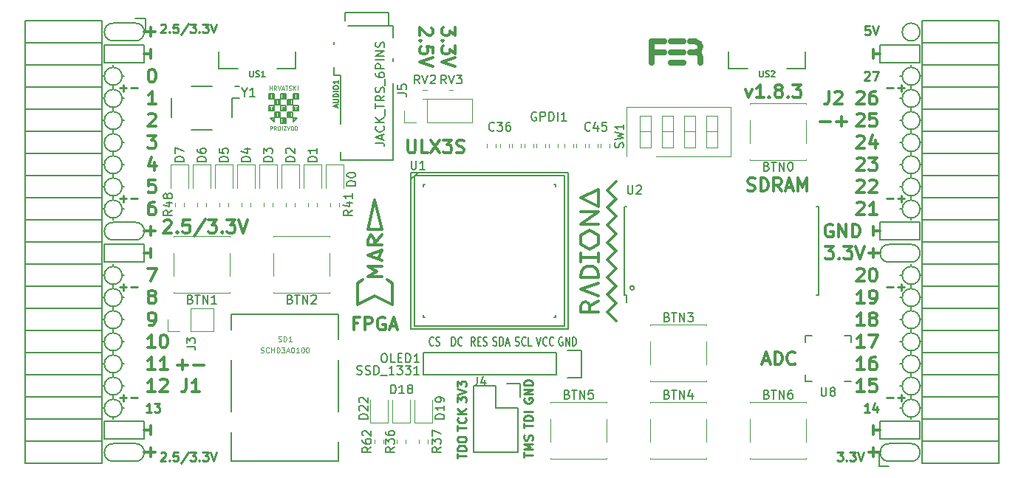
<source format=gto>
G04 #@! TF.GenerationSoftware,KiCad,Pcbnew,5.0.0-rc2-dev-unknown+dfsg1+20180318-2*
G04 #@! TF.CreationDate,2018-05-20T11:16:33+02:00*
G04 #@! TF.ProjectId,ulx3s,756C7833732E6B696361645F70636200,rev?*
G04 #@! TF.SameCoordinates,Original*
G04 #@! TF.FileFunction,Legend,Top*
G04 #@! TF.FilePolarity,Positive*
%FSLAX46Y46*%
G04 Gerber Fmt 4.6, Leading zero omitted, Abs format (unit mm)*
G04 Created by KiCad (PCBNEW 5.0.0-rc2-dev-unknown+dfsg1+20180318-2) date Sun May 20 11:16:33 2018*
%MOMM*%
%LPD*%
G01*
G04 APERTURE LIST*
%ADD10C,0.300000*%
%ADD11C,0.200000*%
%ADD12C,0.250000*%
%ADD13C,0.150000*%
%ADD14C,0.120000*%
%ADD15C,0.700000*%
%ADD16C,0.152400*%
%ADD17C,0.124460*%
%ADD18C,0.075000*%
G04 APERTURE END LIST*
D10*
X134560428Y-62144714D02*
X134560428Y-63073285D01*
X133989000Y-62573285D01*
X133989000Y-62787571D01*
X133917571Y-62930428D01*
X133846142Y-63001857D01*
X133703285Y-63073285D01*
X133346142Y-63073285D01*
X133203285Y-63001857D01*
X133131857Y-62930428D01*
X133060428Y-62787571D01*
X133060428Y-62359000D01*
X133131857Y-62216142D01*
X133203285Y-62144714D01*
X133203285Y-63716142D02*
X133131857Y-63787571D01*
X133060428Y-63716142D01*
X133131857Y-63644714D01*
X133203285Y-63716142D01*
X133060428Y-63716142D01*
X134560428Y-64287571D02*
X134560428Y-65216142D01*
X133989000Y-64716142D01*
X133989000Y-64930428D01*
X133917571Y-65073285D01*
X133846142Y-65144714D01*
X133703285Y-65216142D01*
X133346142Y-65216142D01*
X133203285Y-65144714D01*
X133131857Y-65073285D01*
X133060428Y-64930428D01*
X133060428Y-64501857D01*
X133131857Y-64359000D01*
X133203285Y-64287571D01*
X134560428Y-65644714D02*
X133060428Y-66144714D01*
X134560428Y-66644714D01*
X131877571Y-62216142D02*
X131949000Y-62287571D01*
X132020428Y-62430428D01*
X132020428Y-62787571D01*
X131949000Y-62930428D01*
X131877571Y-63001857D01*
X131734714Y-63073285D01*
X131591857Y-63073285D01*
X131377571Y-63001857D01*
X130520428Y-62144714D01*
X130520428Y-63073285D01*
X130663285Y-63716142D02*
X130591857Y-63787571D01*
X130520428Y-63716142D01*
X130591857Y-63644714D01*
X130663285Y-63716142D01*
X130520428Y-63716142D01*
X132020428Y-65144714D02*
X132020428Y-64430428D01*
X131306142Y-64359000D01*
X131377571Y-64430428D01*
X131449000Y-64573285D01*
X131449000Y-64930428D01*
X131377571Y-65073285D01*
X131306142Y-65144714D01*
X131163285Y-65216142D01*
X130806142Y-65216142D01*
X130663285Y-65144714D01*
X130591857Y-65073285D01*
X130520428Y-64930428D01*
X130520428Y-64573285D01*
X130591857Y-64430428D01*
X130663285Y-64359000D01*
X132020428Y-65644714D02*
X130520428Y-66144714D01*
X132020428Y-66644714D01*
X102760000Y-100897142D02*
X103902857Y-100897142D01*
X103331428Y-101468571D02*
X103331428Y-100325714D01*
X104617142Y-100897142D02*
X105760000Y-100897142D01*
X167847714Y-69226571D02*
X168204857Y-70226571D01*
X168562000Y-69226571D01*
X169919142Y-70226571D02*
X169062000Y-70226571D01*
X169490571Y-70226571D02*
X169490571Y-68726571D01*
X169347714Y-68940857D01*
X169204857Y-69083714D01*
X169062000Y-69155142D01*
X170562000Y-70083714D02*
X170633428Y-70155142D01*
X170562000Y-70226571D01*
X170490571Y-70155142D01*
X170562000Y-70083714D01*
X170562000Y-70226571D01*
X171490571Y-69369428D02*
X171347714Y-69298000D01*
X171276285Y-69226571D01*
X171204857Y-69083714D01*
X171204857Y-69012285D01*
X171276285Y-68869428D01*
X171347714Y-68798000D01*
X171490571Y-68726571D01*
X171776285Y-68726571D01*
X171919142Y-68798000D01*
X171990571Y-68869428D01*
X172062000Y-69012285D01*
X172062000Y-69083714D01*
X171990571Y-69226571D01*
X171919142Y-69298000D01*
X171776285Y-69369428D01*
X171490571Y-69369428D01*
X171347714Y-69440857D01*
X171276285Y-69512285D01*
X171204857Y-69655142D01*
X171204857Y-69940857D01*
X171276285Y-70083714D01*
X171347714Y-70155142D01*
X171490571Y-70226571D01*
X171776285Y-70226571D01*
X171919142Y-70155142D01*
X171990571Y-70083714D01*
X172062000Y-69940857D01*
X172062000Y-69655142D01*
X171990571Y-69512285D01*
X171919142Y-69440857D01*
X171776285Y-69369428D01*
X172704857Y-70083714D02*
X172776285Y-70155142D01*
X172704857Y-70226571D01*
X172633428Y-70155142D01*
X172704857Y-70083714D01*
X172704857Y-70226571D01*
X173276285Y-68726571D02*
X174204857Y-68726571D01*
X173704857Y-69298000D01*
X173919142Y-69298000D01*
X174062000Y-69369428D01*
X174133428Y-69440857D01*
X174204857Y-69583714D01*
X174204857Y-69940857D01*
X174133428Y-70083714D01*
X174062000Y-70155142D01*
X173919142Y-70226571D01*
X173490571Y-70226571D01*
X173347714Y-70155142D01*
X173276285Y-70083714D01*
X182492000Y-87582000D02*
X182492000Y-88598000D01*
X181984000Y-88090000D02*
X183254000Y-88090000D01*
X182492000Y-110442000D02*
X182492000Y-111458000D01*
X183254000Y-110950000D02*
X181984000Y-110950000D01*
X99688000Y-110442000D02*
X99688000Y-111458000D01*
X98926000Y-110950000D02*
X100196000Y-110950000D01*
X99688000Y-62182000D02*
X99688000Y-63198000D01*
X98926000Y-62690000D02*
X100196000Y-62690000D01*
X99688000Y-85042000D02*
X99688000Y-86058000D01*
X98926000Y-85550000D02*
X100196000Y-85550000D01*
D11*
X97910000Y-63706000D02*
G75*
G03X97910000Y-61674000I0J1016000D01*
G01*
X184270000Y-109934000D02*
G75*
G03X184270000Y-111966000I0J-1016000D01*
G01*
X95370000Y-111966000D02*
X97910000Y-111966000D01*
X95370000Y-109934000D02*
X97910000Y-109934000D01*
X97910000Y-111966000D02*
G75*
G03X97910000Y-109934000I0J1016000D01*
G01*
X95370000Y-109934000D02*
G75*
G03X95370000Y-111966000I0J-1016000D01*
G01*
X95370000Y-61674000D02*
X97910000Y-61674000D01*
X95370000Y-63706000D02*
X97910000Y-63706000D01*
X95370000Y-61674000D02*
G75*
G03X95370000Y-63706000I0J-1016000D01*
G01*
X95370000Y-84534000D02*
X97910000Y-84534000D01*
X95370000Y-86566000D02*
X97910000Y-86566000D01*
X95370000Y-84534000D02*
G75*
G03X95370000Y-86566000I0J-1016000D01*
G01*
X97910000Y-86566000D02*
G75*
G03X97910000Y-84534000I0J1016000D01*
G01*
X187826000Y-62690000D02*
G75*
G03X187826000Y-62690000I-1016000J0D01*
G01*
X184270000Y-89106000D02*
X186810000Y-89106000D01*
X184270000Y-87074000D02*
X186810000Y-87074000D01*
X184270000Y-87074000D02*
G75*
G03X184270000Y-89106000I0J-1016000D01*
G01*
X186810000Y-89106000D02*
G75*
G03X186810000Y-87074000I0J1016000D01*
G01*
X186810000Y-111966000D02*
X184270000Y-111966000D01*
X186810000Y-109934000D02*
X184270000Y-109934000D01*
X186810000Y-111966000D02*
G75*
G03X186810000Y-109934000I0J1016000D01*
G01*
X94354000Y-66246000D02*
X94354000Y-64214000D01*
X98926000Y-66246000D02*
X94354000Y-66246000D01*
X98926000Y-64214000D02*
X98926000Y-66246000D01*
X94354000Y-64214000D02*
X98926000Y-64214000D01*
X94354000Y-87074000D02*
X98926000Y-87074000D01*
X94354000Y-89106000D02*
X94354000Y-87074000D01*
X98926000Y-89106000D02*
X94354000Y-89106000D01*
X98926000Y-87074000D02*
X98926000Y-89106000D01*
X94354000Y-109426000D02*
X98926000Y-109426000D01*
X94354000Y-107394000D02*
X94354000Y-109426000D01*
X98926000Y-107394000D02*
X94354000Y-107394000D01*
X98926000Y-109426000D02*
X98926000Y-107394000D01*
X183254000Y-109426000D02*
X187826000Y-109426000D01*
X183254000Y-107394000D02*
X183254000Y-109426000D01*
X187826000Y-107394000D02*
X187826000Y-109426000D01*
X183254000Y-107394000D02*
X187826000Y-107394000D01*
X183254000Y-66246000D02*
X187826000Y-66246000D01*
X183254000Y-64214000D02*
X183254000Y-66246000D01*
X187826000Y-64214000D02*
X183254000Y-64214000D01*
X187826000Y-66246000D02*
X187826000Y-64214000D01*
X183254000Y-84534000D02*
X187826000Y-84534000D01*
X183254000Y-86566000D02*
X183254000Y-84534000D01*
X187826000Y-86566000D02*
X183254000Y-86566000D01*
X187826000Y-84534000D02*
X187826000Y-86566000D01*
D12*
X96148000Y-69111428D02*
X96909904Y-69111428D01*
X96528952Y-69492380D02*
X96528952Y-68730476D01*
X97386095Y-69111428D02*
X98148000Y-69111428D01*
X96148000Y-81811428D02*
X96909904Y-81811428D01*
X96528952Y-82192380D02*
X96528952Y-81430476D01*
X97386095Y-81811428D02*
X98148000Y-81811428D01*
X96148000Y-91971428D02*
X96909904Y-91971428D01*
X96528952Y-92352380D02*
X96528952Y-91590476D01*
X97386095Y-91971428D02*
X98148000Y-91971428D01*
X96148000Y-104671428D02*
X96909904Y-104671428D01*
X96528952Y-105052380D02*
X96528952Y-104290476D01*
X97386095Y-104671428D02*
X98148000Y-104671428D01*
X184032000Y-104671428D02*
X184793904Y-104671428D01*
X185270095Y-104671428D02*
X186032000Y-104671428D01*
X185651047Y-105052380D02*
X185651047Y-104290476D01*
X184032000Y-91971428D02*
X184793904Y-91971428D01*
X185270095Y-91971428D02*
X186032000Y-91971428D01*
X185651047Y-92352380D02*
X185651047Y-91590476D01*
X184032000Y-81811428D02*
X184793904Y-81811428D01*
X185270095Y-81811428D02*
X186032000Y-81811428D01*
X185651047Y-82192380D02*
X185651047Y-81430476D01*
X184032000Y-69111428D02*
X184793904Y-69111428D01*
X185270095Y-69111428D02*
X186032000Y-69111428D01*
X185651047Y-69492380D02*
X185651047Y-68730476D01*
D10*
X176420000Y-72957142D02*
X177562857Y-72957142D01*
X178277142Y-72957142D02*
X179420000Y-72957142D01*
X178848571Y-73528571D02*
X178848571Y-72385714D01*
D11*
X187826000Y-67770000D02*
G75*
G03X187826000Y-67770000I-1016000J0D01*
G01*
X187826000Y-70310000D02*
G75*
G03X187826000Y-70310000I-1016000J0D01*
G01*
X187826000Y-72850000D02*
G75*
G03X187826000Y-72850000I-1016000J0D01*
G01*
X187826000Y-75390000D02*
G75*
G03X187826000Y-75390000I-1016000J0D01*
G01*
X187826000Y-77930000D02*
G75*
G03X187826000Y-77930000I-1016000J0D01*
G01*
X187826000Y-80470000D02*
G75*
G03X187826000Y-80470000I-1016000J0D01*
G01*
X187826000Y-83010000D02*
G75*
G03X187826000Y-83010000I-1016000J0D01*
G01*
X187826000Y-90630000D02*
G75*
G03X187826000Y-90630000I-1016000J0D01*
G01*
X187826000Y-93170000D02*
G75*
G03X187826000Y-93170000I-1016000J0D01*
G01*
X187826000Y-95710000D02*
G75*
G03X187826000Y-95710000I-1016000J0D01*
G01*
X187826000Y-98250000D02*
G75*
G03X187826000Y-98250000I-1016000J0D01*
G01*
X187826000Y-100790000D02*
G75*
G03X187826000Y-100790000I-1016000J0D01*
G01*
X187826000Y-103330000D02*
G75*
G03X187826000Y-103330000I-1016000J0D01*
G01*
X187826000Y-105870000D02*
G75*
G03X187826000Y-105870000I-1016000J0D01*
G01*
X96386000Y-105870000D02*
G75*
G03X96386000Y-105870000I-1016000J0D01*
G01*
X96386000Y-103330000D02*
G75*
G03X96386000Y-103330000I-1016000J0D01*
G01*
X96386000Y-100790000D02*
G75*
G03X96386000Y-100790000I-1016000J0D01*
G01*
X96386000Y-98250000D02*
G75*
G03X96386000Y-98250000I-1016000J0D01*
G01*
X96386000Y-95710000D02*
G75*
G03X96386000Y-95710000I-1016000J0D01*
G01*
X96386000Y-93170000D02*
G75*
G03X96386000Y-93170000I-1016000J0D01*
G01*
X96386000Y-90630000D02*
G75*
G03X96386000Y-90630000I-1016000J0D01*
G01*
X96386000Y-83010000D02*
G75*
G03X96386000Y-83010000I-1016000J0D01*
G01*
X96386000Y-80470000D02*
G75*
G03X96386000Y-80470000I-1016000J0D01*
G01*
X96386000Y-77930000D02*
G75*
G03X96386000Y-77930000I-1016000J0D01*
G01*
X96386000Y-75390000D02*
G75*
G03X96386000Y-75390000I-1016000J0D01*
G01*
X96386000Y-72850000D02*
G75*
G03X96386000Y-72850000I-1016000J0D01*
G01*
X96386000Y-70310000D02*
G75*
G03X96386000Y-70310000I-1016000J0D01*
G01*
X96386000Y-67770000D02*
G75*
G03X96386000Y-67770000I-1016000J0D01*
G01*
D10*
X177793142Y-84800000D02*
X177650285Y-84728571D01*
X177436000Y-84728571D01*
X177221714Y-84800000D01*
X177078857Y-84942857D01*
X177007428Y-85085714D01*
X176936000Y-85371428D01*
X176936000Y-85585714D01*
X177007428Y-85871428D01*
X177078857Y-86014285D01*
X177221714Y-86157142D01*
X177436000Y-86228571D01*
X177578857Y-86228571D01*
X177793142Y-86157142D01*
X177864571Y-86085714D01*
X177864571Y-85585714D01*
X177578857Y-85585714D01*
X178507428Y-86228571D02*
X178507428Y-84728571D01*
X179364571Y-86228571D01*
X179364571Y-84728571D01*
X180078857Y-86228571D02*
X180078857Y-84728571D01*
X180436000Y-84728571D01*
X180650285Y-84800000D01*
X180793142Y-84942857D01*
X180864571Y-85085714D01*
X180936000Y-85371428D01*
X180936000Y-85585714D01*
X180864571Y-85871428D01*
X180793142Y-86014285D01*
X180650285Y-86157142D01*
X180436000Y-86228571D01*
X180078857Y-86228571D01*
X182492000Y-86058000D02*
X182492000Y-85042000D01*
X183254000Y-85550000D02*
X182492000Y-85550000D01*
X182492000Y-107902000D02*
X182492000Y-108918000D01*
X182492000Y-108410000D02*
X183254000Y-108410000D01*
D12*
X182047523Y-106322380D02*
X181476095Y-106322380D01*
X181761809Y-106322380D02*
X181761809Y-105322380D01*
X181666571Y-105465238D01*
X181571333Y-105560476D01*
X181476095Y-105608095D01*
X182904666Y-105655714D02*
X182904666Y-106322380D01*
X182666571Y-105274761D02*
X182428476Y-105989047D01*
X183047523Y-105989047D01*
X181476095Y-67317619D02*
X181523714Y-67270000D01*
X181618952Y-67222380D01*
X181857047Y-67222380D01*
X181952285Y-67270000D01*
X181999904Y-67317619D01*
X182047523Y-67412857D01*
X182047523Y-67508095D01*
X181999904Y-67650952D01*
X181428476Y-68222380D01*
X182047523Y-68222380D01*
X182380857Y-67222380D02*
X183047523Y-67222380D01*
X182618952Y-68222380D01*
D10*
X182492000Y-64722000D02*
X182492000Y-65738000D01*
X182492000Y-65230000D02*
X183254000Y-65230000D01*
X99688000Y-107902000D02*
X99688000Y-108918000D01*
X98926000Y-108410000D02*
X99688000Y-108410000D01*
X99315000Y-74568571D02*
X100243571Y-74568571D01*
X99743571Y-75140000D01*
X99957857Y-75140000D01*
X100100714Y-75211428D01*
X100172142Y-75282857D01*
X100243571Y-75425714D01*
X100243571Y-75782857D01*
X100172142Y-75925714D01*
X100100714Y-75997142D01*
X99957857Y-76068571D01*
X99529285Y-76068571D01*
X99386428Y-75997142D01*
X99315000Y-75925714D01*
X100100714Y-77608571D02*
X100100714Y-78608571D01*
X99743571Y-77037142D02*
X99386428Y-78108571D01*
X100315000Y-78108571D01*
X100172142Y-79648571D02*
X99457857Y-79648571D01*
X99386428Y-80362857D01*
X99457857Y-80291428D01*
X99600714Y-80220000D01*
X99957857Y-80220000D01*
X100100714Y-80291428D01*
X100172142Y-80362857D01*
X100243571Y-80505714D01*
X100243571Y-80862857D01*
X100172142Y-81005714D01*
X100100714Y-81077142D01*
X99957857Y-81148571D01*
X99600714Y-81148571D01*
X99457857Y-81077142D01*
X99386428Y-81005714D01*
D12*
X99751523Y-106322380D02*
X99180095Y-106322380D01*
X99465809Y-106322380D02*
X99465809Y-105322380D01*
X99370571Y-105465238D01*
X99275333Y-105560476D01*
X99180095Y-105608095D01*
X100084857Y-105322380D02*
X100703904Y-105322380D01*
X100370571Y-105703333D01*
X100513428Y-105703333D01*
X100608666Y-105750952D01*
X100656285Y-105798571D01*
X100703904Y-105893809D01*
X100703904Y-106131904D01*
X100656285Y-106227142D01*
X100608666Y-106274761D01*
X100513428Y-106322380D01*
X100227714Y-106322380D01*
X100132476Y-106274761D01*
X100084857Y-106227142D01*
D10*
X99315000Y-89808571D02*
X100315000Y-89808571D01*
X99672142Y-91308571D01*
X99688000Y-87582000D02*
X99688000Y-88598000D01*
X98926000Y-88090000D02*
X99688000Y-88090000D01*
X99688000Y-64722000D02*
X99688000Y-65738000D01*
X98926000Y-65230000D02*
X99688000Y-65230000D01*
D12*
X100817976Y-61874619D02*
X100865595Y-61827000D01*
X100960833Y-61779380D01*
X101198928Y-61779380D01*
X101294166Y-61827000D01*
X101341785Y-61874619D01*
X101389404Y-61969857D01*
X101389404Y-62065095D01*
X101341785Y-62207952D01*
X100770357Y-62779380D01*
X101389404Y-62779380D01*
X101817976Y-62684142D02*
X101865595Y-62731761D01*
X101817976Y-62779380D01*
X101770357Y-62731761D01*
X101817976Y-62684142D01*
X101817976Y-62779380D01*
X102770357Y-61779380D02*
X102294166Y-61779380D01*
X102246547Y-62255571D01*
X102294166Y-62207952D01*
X102389404Y-62160333D01*
X102627500Y-62160333D01*
X102722738Y-62207952D01*
X102770357Y-62255571D01*
X102817976Y-62350809D01*
X102817976Y-62588904D01*
X102770357Y-62684142D01*
X102722738Y-62731761D01*
X102627500Y-62779380D01*
X102389404Y-62779380D01*
X102294166Y-62731761D01*
X102246547Y-62684142D01*
X103960833Y-61731761D02*
X103103690Y-63017476D01*
X104198928Y-61779380D02*
X104817976Y-61779380D01*
X104484642Y-62160333D01*
X104627500Y-62160333D01*
X104722738Y-62207952D01*
X104770357Y-62255571D01*
X104817976Y-62350809D01*
X104817976Y-62588904D01*
X104770357Y-62684142D01*
X104722738Y-62731761D01*
X104627500Y-62779380D01*
X104341785Y-62779380D01*
X104246547Y-62731761D01*
X104198928Y-62684142D01*
X105246547Y-62684142D02*
X105294166Y-62731761D01*
X105246547Y-62779380D01*
X105198928Y-62731761D01*
X105246547Y-62684142D01*
X105246547Y-62779380D01*
X105627500Y-61779380D02*
X106246547Y-61779380D01*
X105913214Y-62160333D01*
X106056071Y-62160333D01*
X106151309Y-62207952D01*
X106198928Y-62255571D01*
X106246547Y-62350809D01*
X106246547Y-62588904D01*
X106198928Y-62684142D01*
X106151309Y-62731761D01*
X106056071Y-62779380D01*
X105770357Y-62779380D01*
X105675119Y-62731761D01*
X105627500Y-62684142D01*
X106532261Y-61779380D02*
X106865595Y-62779380D01*
X107198928Y-61779380D01*
X178360261Y-110910380D02*
X178979309Y-110910380D01*
X178645976Y-111291333D01*
X178788833Y-111291333D01*
X178884071Y-111338952D01*
X178931690Y-111386571D01*
X178979309Y-111481809D01*
X178979309Y-111719904D01*
X178931690Y-111815142D01*
X178884071Y-111862761D01*
X178788833Y-111910380D01*
X178503119Y-111910380D01*
X178407880Y-111862761D01*
X178360261Y-111815142D01*
X179407880Y-111815142D02*
X179455500Y-111862761D01*
X179407880Y-111910380D01*
X179360261Y-111862761D01*
X179407880Y-111815142D01*
X179407880Y-111910380D01*
X179788833Y-110910380D02*
X180407880Y-110910380D01*
X180074547Y-111291333D01*
X180217404Y-111291333D01*
X180312642Y-111338952D01*
X180360261Y-111386571D01*
X180407880Y-111481809D01*
X180407880Y-111719904D01*
X180360261Y-111815142D01*
X180312642Y-111862761D01*
X180217404Y-111910380D01*
X179931690Y-111910380D01*
X179836452Y-111862761D01*
X179788833Y-111815142D01*
X180693595Y-110910380D02*
X181026928Y-111910380D01*
X181360261Y-110910380D01*
D10*
X101199714Y-84381428D02*
X101271142Y-84310000D01*
X101414000Y-84238571D01*
X101771142Y-84238571D01*
X101914000Y-84310000D01*
X101985428Y-84381428D01*
X102056857Y-84524285D01*
X102056857Y-84667142D01*
X101985428Y-84881428D01*
X101128285Y-85738571D01*
X102056857Y-85738571D01*
X102699714Y-85595714D02*
X102771142Y-85667142D01*
X102699714Y-85738571D01*
X102628285Y-85667142D01*
X102699714Y-85595714D01*
X102699714Y-85738571D01*
X104128285Y-84238571D02*
X103414000Y-84238571D01*
X103342571Y-84952857D01*
X103414000Y-84881428D01*
X103556857Y-84810000D01*
X103914000Y-84810000D01*
X104056857Y-84881428D01*
X104128285Y-84952857D01*
X104199714Y-85095714D01*
X104199714Y-85452857D01*
X104128285Y-85595714D01*
X104056857Y-85667142D01*
X103914000Y-85738571D01*
X103556857Y-85738571D01*
X103414000Y-85667142D01*
X103342571Y-85595714D01*
X105914000Y-84167142D02*
X104628285Y-86095714D01*
X106271142Y-84238571D02*
X107199714Y-84238571D01*
X106699714Y-84810000D01*
X106914000Y-84810000D01*
X107056857Y-84881428D01*
X107128285Y-84952857D01*
X107199714Y-85095714D01*
X107199714Y-85452857D01*
X107128285Y-85595714D01*
X107056857Y-85667142D01*
X106914000Y-85738571D01*
X106485428Y-85738571D01*
X106342571Y-85667142D01*
X106271142Y-85595714D01*
X107842571Y-85595714D02*
X107914000Y-85667142D01*
X107842571Y-85738571D01*
X107771142Y-85667142D01*
X107842571Y-85595714D01*
X107842571Y-85738571D01*
X108414000Y-84238571D02*
X109342571Y-84238571D01*
X108842571Y-84810000D01*
X109056857Y-84810000D01*
X109199714Y-84881428D01*
X109271142Y-84952857D01*
X109342571Y-85095714D01*
X109342571Y-85452857D01*
X109271142Y-85595714D01*
X109199714Y-85667142D01*
X109056857Y-85738571D01*
X108628285Y-85738571D01*
X108485428Y-85667142D01*
X108414000Y-85595714D01*
X109771142Y-84238571D02*
X110271142Y-85738571D01*
X110771142Y-84238571D01*
D12*
X100817976Y-111023619D02*
X100865595Y-110976000D01*
X100960833Y-110928380D01*
X101198928Y-110928380D01*
X101294166Y-110976000D01*
X101341785Y-111023619D01*
X101389404Y-111118857D01*
X101389404Y-111214095D01*
X101341785Y-111356952D01*
X100770357Y-111928380D01*
X101389404Y-111928380D01*
X101817976Y-111833142D02*
X101865595Y-111880761D01*
X101817976Y-111928380D01*
X101770357Y-111880761D01*
X101817976Y-111833142D01*
X101817976Y-111928380D01*
X102770357Y-110928380D02*
X102294166Y-110928380D01*
X102246547Y-111404571D01*
X102294166Y-111356952D01*
X102389404Y-111309333D01*
X102627500Y-111309333D01*
X102722738Y-111356952D01*
X102770357Y-111404571D01*
X102817976Y-111499809D01*
X102817976Y-111737904D01*
X102770357Y-111833142D01*
X102722738Y-111880761D01*
X102627500Y-111928380D01*
X102389404Y-111928380D01*
X102294166Y-111880761D01*
X102246547Y-111833142D01*
X103960833Y-110880761D02*
X103103690Y-112166476D01*
X104198928Y-110928380D02*
X104817976Y-110928380D01*
X104484642Y-111309333D01*
X104627500Y-111309333D01*
X104722738Y-111356952D01*
X104770357Y-111404571D01*
X104817976Y-111499809D01*
X104817976Y-111737904D01*
X104770357Y-111833142D01*
X104722738Y-111880761D01*
X104627500Y-111928380D01*
X104341785Y-111928380D01*
X104246547Y-111880761D01*
X104198928Y-111833142D01*
X105246547Y-111833142D02*
X105294166Y-111880761D01*
X105246547Y-111928380D01*
X105198928Y-111880761D01*
X105246547Y-111833142D01*
X105246547Y-111928380D01*
X105627500Y-110928380D02*
X106246547Y-110928380D01*
X105913214Y-111309333D01*
X106056071Y-111309333D01*
X106151309Y-111356952D01*
X106198928Y-111404571D01*
X106246547Y-111499809D01*
X106246547Y-111737904D01*
X106198928Y-111833142D01*
X106151309Y-111880761D01*
X106056071Y-111928380D01*
X105770357Y-111928380D01*
X105675119Y-111880761D01*
X105627500Y-111833142D01*
X106532261Y-110928380D02*
X106865595Y-111928380D01*
X107198928Y-110928380D01*
X182047523Y-62015380D02*
X181571333Y-62015380D01*
X181523714Y-62491571D01*
X181571333Y-62443952D01*
X181666571Y-62396333D01*
X181904666Y-62396333D01*
X181999904Y-62443952D01*
X182047523Y-62491571D01*
X182095142Y-62586809D01*
X182095142Y-62824904D01*
X182047523Y-62920142D01*
X181999904Y-62967761D01*
X181904666Y-63015380D01*
X181666571Y-63015380D01*
X181571333Y-62967761D01*
X181523714Y-62920142D01*
X182380857Y-62015380D02*
X182714190Y-63015380D01*
X183047523Y-62015380D01*
D10*
X180587142Y-69631428D02*
X180658571Y-69560000D01*
X180801428Y-69488571D01*
X181158571Y-69488571D01*
X181301428Y-69560000D01*
X181372857Y-69631428D01*
X181444285Y-69774285D01*
X181444285Y-69917142D01*
X181372857Y-70131428D01*
X180515714Y-70988571D01*
X181444285Y-70988571D01*
X182730000Y-69488571D02*
X182444285Y-69488571D01*
X182301428Y-69560000D01*
X182230000Y-69631428D01*
X182087142Y-69845714D01*
X182015714Y-70131428D01*
X182015714Y-70702857D01*
X182087142Y-70845714D01*
X182158571Y-70917142D01*
X182301428Y-70988571D01*
X182587142Y-70988571D01*
X182730000Y-70917142D01*
X182801428Y-70845714D01*
X182872857Y-70702857D01*
X182872857Y-70345714D01*
X182801428Y-70202857D01*
X182730000Y-70131428D01*
X182587142Y-70060000D01*
X182301428Y-70060000D01*
X182158571Y-70131428D01*
X182087142Y-70202857D01*
X182015714Y-70345714D01*
X180587142Y-72171428D02*
X180658571Y-72100000D01*
X180801428Y-72028571D01*
X181158571Y-72028571D01*
X181301428Y-72100000D01*
X181372857Y-72171428D01*
X181444285Y-72314285D01*
X181444285Y-72457142D01*
X181372857Y-72671428D01*
X180515714Y-73528571D01*
X181444285Y-73528571D01*
X182801428Y-72028571D02*
X182087142Y-72028571D01*
X182015714Y-72742857D01*
X182087142Y-72671428D01*
X182230000Y-72600000D01*
X182587142Y-72600000D01*
X182730000Y-72671428D01*
X182801428Y-72742857D01*
X182872857Y-72885714D01*
X182872857Y-73242857D01*
X182801428Y-73385714D01*
X182730000Y-73457142D01*
X182587142Y-73528571D01*
X182230000Y-73528571D01*
X182087142Y-73457142D01*
X182015714Y-73385714D01*
X180587142Y-74711428D02*
X180658571Y-74640000D01*
X180801428Y-74568571D01*
X181158571Y-74568571D01*
X181301428Y-74640000D01*
X181372857Y-74711428D01*
X181444285Y-74854285D01*
X181444285Y-74997142D01*
X181372857Y-75211428D01*
X180515714Y-76068571D01*
X181444285Y-76068571D01*
X182730000Y-75068571D02*
X182730000Y-76068571D01*
X182372857Y-74497142D02*
X182015714Y-75568571D01*
X182944285Y-75568571D01*
X180587142Y-77251428D02*
X180658571Y-77180000D01*
X180801428Y-77108571D01*
X181158571Y-77108571D01*
X181301428Y-77180000D01*
X181372857Y-77251428D01*
X181444285Y-77394285D01*
X181444285Y-77537142D01*
X181372857Y-77751428D01*
X180515714Y-78608571D01*
X181444285Y-78608571D01*
X181944285Y-77108571D02*
X182872857Y-77108571D01*
X182372857Y-77680000D01*
X182587142Y-77680000D01*
X182730000Y-77751428D01*
X182801428Y-77822857D01*
X182872857Y-77965714D01*
X182872857Y-78322857D01*
X182801428Y-78465714D01*
X182730000Y-78537142D01*
X182587142Y-78608571D01*
X182158571Y-78608571D01*
X182015714Y-78537142D01*
X181944285Y-78465714D01*
X180587142Y-79791428D02*
X180658571Y-79720000D01*
X180801428Y-79648571D01*
X181158571Y-79648571D01*
X181301428Y-79720000D01*
X181372857Y-79791428D01*
X181444285Y-79934285D01*
X181444285Y-80077142D01*
X181372857Y-80291428D01*
X180515714Y-81148571D01*
X181444285Y-81148571D01*
X182015714Y-79791428D02*
X182087142Y-79720000D01*
X182230000Y-79648571D01*
X182587142Y-79648571D01*
X182730000Y-79720000D01*
X182801428Y-79791428D01*
X182872857Y-79934285D01*
X182872857Y-80077142D01*
X182801428Y-80291428D01*
X181944285Y-81148571D01*
X182872857Y-81148571D01*
X180587142Y-82331428D02*
X180658571Y-82260000D01*
X180801428Y-82188571D01*
X181158571Y-82188571D01*
X181301428Y-82260000D01*
X181372857Y-82331428D01*
X181444285Y-82474285D01*
X181444285Y-82617142D01*
X181372857Y-82831428D01*
X180515714Y-83688571D01*
X181444285Y-83688571D01*
X182872857Y-83688571D02*
X182015714Y-83688571D01*
X182444285Y-83688571D02*
X182444285Y-82188571D01*
X182301428Y-82402857D01*
X182158571Y-82545714D01*
X182015714Y-82617142D01*
X176975714Y-87268571D02*
X177904285Y-87268571D01*
X177404285Y-87840000D01*
X177618571Y-87840000D01*
X177761428Y-87911428D01*
X177832857Y-87982857D01*
X177904285Y-88125714D01*
X177904285Y-88482857D01*
X177832857Y-88625714D01*
X177761428Y-88697142D01*
X177618571Y-88768571D01*
X177190000Y-88768571D01*
X177047142Y-88697142D01*
X176975714Y-88625714D01*
X178547142Y-88625714D02*
X178618571Y-88697142D01*
X178547142Y-88768571D01*
X178475714Y-88697142D01*
X178547142Y-88625714D01*
X178547142Y-88768571D01*
X179118571Y-87268571D02*
X180047142Y-87268571D01*
X179547142Y-87840000D01*
X179761428Y-87840000D01*
X179904285Y-87911428D01*
X179975714Y-87982857D01*
X180047142Y-88125714D01*
X180047142Y-88482857D01*
X179975714Y-88625714D01*
X179904285Y-88697142D01*
X179761428Y-88768571D01*
X179332857Y-88768571D01*
X179190000Y-88697142D01*
X179118571Y-88625714D01*
X180475714Y-87268571D02*
X180975714Y-88768571D01*
X181475714Y-87268571D01*
X180587142Y-89951428D02*
X180658571Y-89880000D01*
X180801428Y-89808571D01*
X181158571Y-89808571D01*
X181301428Y-89880000D01*
X181372857Y-89951428D01*
X181444285Y-90094285D01*
X181444285Y-90237142D01*
X181372857Y-90451428D01*
X180515714Y-91308571D01*
X181444285Y-91308571D01*
X182372857Y-89808571D02*
X182515714Y-89808571D01*
X182658571Y-89880000D01*
X182730000Y-89951428D01*
X182801428Y-90094285D01*
X182872857Y-90380000D01*
X182872857Y-90737142D01*
X182801428Y-91022857D01*
X182730000Y-91165714D01*
X182658571Y-91237142D01*
X182515714Y-91308571D01*
X182372857Y-91308571D01*
X182230000Y-91237142D01*
X182158571Y-91165714D01*
X182087142Y-91022857D01*
X182015714Y-90737142D01*
X182015714Y-90380000D01*
X182087142Y-90094285D01*
X182158571Y-89951428D01*
X182230000Y-89880000D01*
X182372857Y-89808571D01*
X181444285Y-93848571D02*
X180587142Y-93848571D01*
X181015714Y-93848571D02*
X181015714Y-92348571D01*
X180872857Y-92562857D01*
X180730000Y-92705714D01*
X180587142Y-92777142D01*
X182158571Y-93848571D02*
X182444285Y-93848571D01*
X182587142Y-93777142D01*
X182658571Y-93705714D01*
X182801428Y-93491428D01*
X182872857Y-93205714D01*
X182872857Y-92634285D01*
X182801428Y-92491428D01*
X182730000Y-92420000D01*
X182587142Y-92348571D01*
X182301428Y-92348571D01*
X182158571Y-92420000D01*
X182087142Y-92491428D01*
X182015714Y-92634285D01*
X182015714Y-92991428D01*
X182087142Y-93134285D01*
X182158571Y-93205714D01*
X182301428Y-93277142D01*
X182587142Y-93277142D01*
X182730000Y-93205714D01*
X182801428Y-93134285D01*
X182872857Y-92991428D01*
X181444285Y-96388571D02*
X180587142Y-96388571D01*
X181015714Y-96388571D02*
X181015714Y-94888571D01*
X180872857Y-95102857D01*
X180730000Y-95245714D01*
X180587142Y-95317142D01*
X182301428Y-95531428D02*
X182158571Y-95460000D01*
X182087142Y-95388571D01*
X182015714Y-95245714D01*
X182015714Y-95174285D01*
X182087142Y-95031428D01*
X182158571Y-94960000D01*
X182301428Y-94888571D01*
X182587142Y-94888571D01*
X182730000Y-94960000D01*
X182801428Y-95031428D01*
X182872857Y-95174285D01*
X182872857Y-95245714D01*
X182801428Y-95388571D01*
X182730000Y-95460000D01*
X182587142Y-95531428D01*
X182301428Y-95531428D01*
X182158571Y-95602857D01*
X182087142Y-95674285D01*
X182015714Y-95817142D01*
X182015714Y-96102857D01*
X182087142Y-96245714D01*
X182158571Y-96317142D01*
X182301428Y-96388571D01*
X182587142Y-96388571D01*
X182730000Y-96317142D01*
X182801428Y-96245714D01*
X182872857Y-96102857D01*
X182872857Y-95817142D01*
X182801428Y-95674285D01*
X182730000Y-95602857D01*
X182587142Y-95531428D01*
X181444285Y-98928571D02*
X180587142Y-98928571D01*
X181015714Y-98928571D02*
X181015714Y-97428571D01*
X180872857Y-97642857D01*
X180730000Y-97785714D01*
X180587142Y-97857142D01*
X181944285Y-97428571D02*
X182944285Y-97428571D01*
X182301428Y-98928571D01*
X181444285Y-101468571D02*
X180587142Y-101468571D01*
X181015714Y-101468571D02*
X181015714Y-99968571D01*
X180872857Y-100182857D01*
X180730000Y-100325714D01*
X180587142Y-100397142D01*
X182730000Y-99968571D02*
X182444285Y-99968571D01*
X182301428Y-100040000D01*
X182230000Y-100111428D01*
X182087142Y-100325714D01*
X182015714Y-100611428D01*
X182015714Y-101182857D01*
X182087142Y-101325714D01*
X182158571Y-101397142D01*
X182301428Y-101468571D01*
X182587142Y-101468571D01*
X182730000Y-101397142D01*
X182801428Y-101325714D01*
X182872857Y-101182857D01*
X182872857Y-100825714D01*
X182801428Y-100682857D01*
X182730000Y-100611428D01*
X182587142Y-100540000D01*
X182301428Y-100540000D01*
X182158571Y-100611428D01*
X182087142Y-100682857D01*
X182015714Y-100825714D01*
X181444285Y-104008571D02*
X180587142Y-104008571D01*
X181015714Y-104008571D02*
X181015714Y-102508571D01*
X180872857Y-102722857D01*
X180730000Y-102865714D01*
X180587142Y-102937142D01*
X182801428Y-102508571D02*
X182087142Y-102508571D01*
X182015714Y-103222857D01*
X182087142Y-103151428D01*
X182230000Y-103080000D01*
X182587142Y-103080000D01*
X182730000Y-103151428D01*
X182801428Y-103222857D01*
X182872857Y-103365714D01*
X182872857Y-103722857D01*
X182801428Y-103865714D01*
X182730000Y-103937142D01*
X182587142Y-104008571D01*
X182230000Y-104008571D01*
X182087142Y-103937142D01*
X182015714Y-103865714D01*
D11*
X186810000Y-66500000D02*
X186810000Y-66754000D01*
X187826000Y-67770000D02*
X188080000Y-67770000D01*
X185540000Y-67770000D02*
X185794000Y-67770000D01*
X186810000Y-69294000D02*
X186810000Y-68786000D01*
X187826000Y-70310000D02*
X188080000Y-70310000D01*
X185540000Y-70310000D02*
X185794000Y-70310000D01*
X186810000Y-71326000D02*
X186810000Y-71834000D01*
X187826000Y-72850000D02*
X188080000Y-72850000D01*
X185540000Y-72850000D02*
X185794000Y-72850000D01*
X186810000Y-73866000D02*
X186810000Y-74374000D01*
X187826000Y-75390000D02*
X188080000Y-75390000D01*
X185540000Y-75390000D02*
X185794000Y-75390000D01*
X186810000Y-76406000D02*
X186810000Y-76914000D01*
X187826000Y-77930000D02*
X188080000Y-77930000D01*
X185540000Y-77930000D02*
X185794000Y-77930000D01*
X186810000Y-79454000D02*
X186810000Y-78946000D01*
X187826000Y-80470000D02*
X188080000Y-80470000D01*
X185540000Y-80470000D02*
X185794000Y-80470000D01*
X186810000Y-81994000D02*
X186810000Y-81486000D01*
X187826000Y-83010000D02*
X188080000Y-83010000D01*
X185540000Y-83010000D02*
X185794000Y-83010000D01*
X186810000Y-84026000D02*
X186810000Y-84280000D01*
X186810000Y-89360000D02*
X186810000Y-89614000D01*
X187826000Y-90630000D02*
X188080000Y-90630000D01*
X185540000Y-90630000D02*
X185794000Y-90630000D01*
X186810000Y-91646000D02*
X186810000Y-92154000D01*
X187826000Y-93170000D02*
X188080000Y-93170000D01*
X185540000Y-93170000D02*
X185794000Y-93170000D01*
X186810000Y-94186000D02*
X186810000Y-94694000D01*
X187826000Y-95710000D02*
X188080000Y-95710000D01*
X185540000Y-95710000D02*
X185794000Y-95710000D01*
X186810000Y-97234000D02*
X186810000Y-96726000D01*
X187826000Y-98250000D02*
X188080000Y-98250000D01*
X185540000Y-98250000D02*
X185794000Y-98250000D01*
X187826000Y-100790000D02*
X188080000Y-100790000D01*
X185540000Y-100790000D02*
X185794000Y-100790000D01*
X186810000Y-99266000D02*
X186810000Y-99774000D01*
X186810000Y-102314000D02*
X186810000Y-101806000D01*
X187826000Y-103330000D02*
X188080000Y-103330000D01*
X185540000Y-103330000D02*
X185794000Y-103330000D01*
X186810000Y-104346000D02*
X186810000Y-104854000D01*
X185540000Y-105870000D02*
X185794000Y-105870000D01*
X187826000Y-105870000D02*
X188080000Y-105870000D01*
X186810000Y-106886000D02*
X186810000Y-107140000D01*
X95370000Y-66754000D02*
X95370000Y-66500000D01*
X96386000Y-67770000D02*
X96640000Y-67770000D01*
X94100000Y-67770000D02*
X94354000Y-67770000D01*
X95370000Y-68786000D02*
X95370000Y-69294000D01*
X96386000Y-70310000D02*
X96640000Y-70310000D01*
X94100000Y-70310000D02*
X94354000Y-70310000D01*
X95370000Y-71326000D02*
X95370000Y-71834000D01*
X96386000Y-72850000D02*
X96640000Y-72850000D01*
X94100000Y-72850000D02*
X94354000Y-72850000D01*
X95370000Y-73866000D02*
X95370000Y-74374000D01*
X96386000Y-75390000D02*
X96640000Y-75390000D01*
X95370000Y-76406000D02*
X95370000Y-76914000D01*
X96386000Y-77930000D02*
X96640000Y-77930000D01*
X94100000Y-77930000D02*
X94354000Y-77930000D01*
X95370000Y-79454000D02*
X95370000Y-78946000D01*
X96386000Y-80470000D02*
X96640000Y-80470000D01*
X94100000Y-80470000D02*
X94354000Y-80470000D01*
X95370000Y-81486000D02*
X95370000Y-81994000D01*
X96386000Y-83010000D02*
X96640000Y-83010000D01*
X95370000Y-84026000D02*
X95370000Y-84280000D01*
X94100000Y-83010000D02*
X94354000Y-83010000D01*
X95370000Y-106886000D02*
X95370000Y-107140000D01*
X95370000Y-89360000D02*
X95370000Y-89614000D01*
X96386000Y-93170000D02*
X96640000Y-93170000D01*
X94100000Y-93170000D02*
X94354000Y-93170000D01*
X95370000Y-94186000D02*
X95370000Y-94694000D01*
X94100000Y-90630000D02*
X94354000Y-90630000D01*
X96386000Y-90630000D02*
X96640000Y-90630000D01*
X95370000Y-92154000D02*
X95370000Y-91646000D01*
X96386000Y-95710000D02*
X96640000Y-95710000D01*
X94100000Y-95710000D02*
X94354000Y-95710000D01*
X96386000Y-98250000D02*
X96640000Y-98250000D01*
X94354000Y-98250000D02*
X94100000Y-98250000D01*
X95370000Y-96726000D02*
X95370000Y-97234000D01*
X95370000Y-99266000D02*
X95370000Y-99774000D01*
X94100000Y-100790000D02*
X94354000Y-100790000D01*
X96386000Y-100790000D02*
X96640000Y-100790000D01*
X94100000Y-103330000D02*
X94354000Y-103330000D01*
X96386000Y-103330000D02*
X96640000Y-103330000D01*
X95370000Y-101806000D02*
X95370000Y-102314000D01*
X95370000Y-104346000D02*
X95370000Y-104854000D01*
X96386000Y-105870000D02*
X96640000Y-105870000D01*
X94100000Y-105870000D02*
X94354000Y-105870000D01*
D10*
X100164285Y-104008571D02*
X99307142Y-104008571D01*
X99735714Y-104008571D02*
X99735714Y-102508571D01*
X99592857Y-102722857D01*
X99450000Y-102865714D01*
X99307142Y-102937142D01*
X100735714Y-102651428D02*
X100807142Y-102580000D01*
X100950000Y-102508571D01*
X101307142Y-102508571D01*
X101450000Y-102580000D01*
X101521428Y-102651428D01*
X101592857Y-102794285D01*
X101592857Y-102937142D01*
X101521428Y-103151428D01*
X100664285Y-104008571D01*
X101592857Y-104008571D01*
X100164285Y-101468571D02*
X99307142Y-101468571D01*
X99735714Y-101468571D02*
X99735714Y-99968571D01*
X99592857Y-100182857D01*
X99450000Y-100325714D01*
X99307142Y-100397142D01*
X101592857Y-101468571D02*
X100735714Y-101468571D01*
X101164285Y-101468571D02*
X101164285Y-99968571D01*
X101021428Y-100182857D01*
X100878571Y-100325714D01*
X100735714Y-100397142D01*
X100164285Y-98928571D02*
X99307142Y-98928571D01*
X99735714Y-98928571D02*
X99735714Y-97428571D01*
X99592857Y-97642857D01*
X99450000Y-97785714D01*
X99307142Y-97857142D01*
X101092857Y-97428571D02*
X101235714Y-97428571D01*
X101378571Y-97500000D01*
X101450000Y-97571428D01*
X101521428Y-97714285D01*
X101592857Y-98000000D01*
X101592857Y-98357142D01*
X101521428Y-98642857D01*
X101450000Y-98785714D01*
X101378571Y-98857142D01*
X101235714Y-98928571D01*
X101092857Y-98928571D01*
X100950000Y-98857142D01*
X100878571Y-98785714D01*
X100807142Y-98642857D01*
X100735714Y-98357142D01*
X100735714Y-98000000D01*
X100807142Y-97714285D01*
X100878571Y-97571428D01*
X100950000Y-97500000D01*
X101092857Y-97428571D01*
X99529285Y-96388571D02*
X99815000Y-96388571D01*
X99957857Y-96317142D01*
X100029285Y-96245714D01*
X100172142Y-96031428D01*
X100243571Y-95745714D01*
X100243571Y-95174285D01*
X100172142Y-95031428D01*
X100100714Y-94960000D01*
X99957857Y-94888571D01*
X99672142Y-94888571D01*
X99529285Y-94960000D01*
X99457857Y-95031428D01*
X99386428Y-95174285D01*
X99386428Y-95531428D01*
X99457857Y-95674285D01*
X99529285Y-95745714D01*
X99672142Y-95817142D01*
X99957857Y-95817142D01*
X100100714Y-95745714D01*
X100172142Y-95674285D01*
X100243571Y-95531428D01*
X99672142Y-92991428D02*
X99529285Y-92920000D01*
X99457857Y-92848571D01*
X99386428Y-92705714D01*
X99386428Y-92634285D01*
X99457857Y-92491428D01*
X99529285Y-92420000D01*
X99672142Y-92348571D01*
X99957857Y-92348571D01*
X100100714Y-92420000D01*
X100172142Y-92491428D01*
X100243571Y-92634285D01*
X100243571Y-92705714D01*
X100172142Y-92848571D01*
X100100714Y-92920000D01*
X99957857Y-92991428D01*
X99672142Y-92991428D01*
X99529285Y-93062857D01*
X99457857Y-93134285D01*
X99386428Y-93277142D01*
X99386428Y-93562857D01*
X99457857Y-93705714D01*
X99529285Y-93777142D01*
X99672142Y-93848571D01*
X99957857Y-93848571D01*
X100100714Y-93777142D01*
X100172142Y-93705714D01*
X100243571Y-93562857D01*
X100243571Y-93277142D01*
X100172142Y-93134285D01*
X100100714Y-93062857D01*
X99957857Y-92991428D01*
X100100714Y-82188571D02*
X99815000Y-82188571D01*
X99672142Y-82260000D01*
X99600714Y-82331428D01*
X99457857Y-82545714D01*
X99386428Y-82831428D01*
X99386428Y-83402857D01*
X99457857Y-83545714D01*
X99529285Y-83617142D01*
X99672142Y-83688571D01*
X99957857Y-83688571D01*
X100100714Y-83617142D01*
X100172142Y-83545714D01*
X100243571Y-83402857D01*
X100243571Y-83045714D01*
X100172142Y-82902857D01*
X100100714Y-82831428D01*
X99957857Y-82760000D01*
X99672142Y-82760000D01*
X99529285Y-82831428D01*
X99457857Y-82902857D01*
X99386428Y-83045714D01*
X99386428Y-72171428D02*
X99457857Y-72100000D01*
X99600714Y-72028571D01*
X99957857Y-72028571D01*
X100100714Y-72100000D01*
X100172142Y-72171428D01*
X100243571Y-72314285D01*
X100243571Y-72457142D01*
X100172142Y-72671428D01*
X99315000Y-73528571D01*
X100243571Y-73528571D01*
X100243571Y-70988571D02*
X99386428Y-70988571D01*
X99815000Y-70988571D02*
X99815000Y-69488571D01*
X99672142Y-69702857D01*
X99529285Y-69845714D01*
X99386428Y-69917142D01*
X99743571Y-66948571D02*
X99886428Y-66948571D01*
X100029285Y-67020000D01*
X100100714Y-67091428D01*
X100172142Y-67234285D01*
X100243571Y-67520000D01*
X100243571Y-67877142D01*
X100172142Y-68162857D01*
X100100714Y-68305714D01*
X100029285Y-68377142D01*
X99886428Y-68448571D01*
X99743571Y-68448571D01*
X99600714Y-68377142D01*
X99529285Y-68305714D01*
X99457857Y-68162857D01*
X99386428Y-67877142D01*
X99386428Y-67520000D01*
X99457857Y-67234285D01*
X99529285Y-67091428D01*
X99600714Y-67020000D01*
X99743571Y-66948571D01*
X129148428Y-75076571D02*
X129148428Y-76290857D01*
X129219857Y-76433714D01*
X129291285Y-76505142D01*
X129434142Y-76576571D01*
X129719857Y-76576571D01*
X129862714Y-76505142D01*
X129934142Y-76433714D01*
X130005571Y-76290857D01*
X130005571Y-75076571D01*
X131434142Y-76576571D02*
X130719857Y-76576571D01*
X130719857Y-75076571D01*
X131791285Y-75076571D02*
X132791285Y-76576571D01*
X132791285Y-75076571D02*
X131791285Y-76576571D01*
X133219857Y-75076571D02*
X134148428Y-75076571D01*
X133648428Y-75648000D01*
X133862714Y-75648000D01*
X134005571Y-75719428D01*
X134077000Y-75790857D01*
X134148428Y-75933714D01*
X134148428Y-76290857D01*
X134077000Y-76433714D01*
X134005571Y-76505142D01*
X133862714Y-76576571D01*
X133434142Y-76576571D01*
X133291285Y-76505142D01*
X133219857Y-76433714D01*
X134719857Y-76505142D02*
X134934142Y-76576571D01*
X135291285Y-76576571D01*
X135434142Y-76505142D01*
X135505571Y-76433714D01*
X135577000Y-76290857D01*
X135577000Y-76148000D01*
X135505571Y-76005142D01*
X135434142Y-75933714D01*
X135291285Y-75862285D01*
X135005571Y-75790857D01*
X134862714Y-75719428D01*
X134791285Y-75648000D01*
X134719857Y-75505142D01*
X134719857Y-75362285D01*
X134791285Y-75219428D01*
X134862714Y-75148000D01*
X135005571Y-75076571D01*
X135362714Y-75076571D01*
X135577000Y-75148000D01*
X123413428Y-96110857D02*
X122913428Y-96110857D01*
X122913428Y-96896571D02*
X122913428Y-95396571D01*
X123627714Y-95396571D01*
X124199142Y-96896571D02*
X124199142Y-95396571D01*
X124770571Y-95396571D01*
X124913428Y-95468000D01*
X124984857Y-95539428D01*
X125056285Y-95682285D01*
X125056285Y-95896571D01*
X124984857Y-96039428D01*
X124913428Y-96110857D01*
X124770571Y-96182285D01*
X124199142Y-96182285D01*
X126484857Y-95468000D02*
X126342000Y-95396571D01*
X126127714Y-95396571D01*
X125913428Y-95468000D01*
X125770571Y-95610857D01*
X125699142Y-95753714D01*
X125627714Y-96039428D01*
X125627714Y-96253714D01*
X125699142Y-96539428D01*
X125770571Y-96682285D01*
X125913428Y-96825142D01*
X126127714Y-96896571D01*
X126270571Y-96896571D01*
X126484857Y-96825142D01*
X126556285Y-96753714D01*
X126556285Y-96253714D01*
X126270571Y-96253714D01*
X127127714Y-96468000D02*
X127842000Y-96468000D01*
X126984857Y-96896571D02*
X127484857Y-95396571D01*
X127984857Y-96896571D01*
X168077928Y-80886642D02*
X168292214Y-80958071D01*
X168649357Y-80958071D01*
X168792214Y-80886642D01*
X168863642Y-80815214D01*
X168935071Y-80672357D01*
X168935071Y-80529500D01*
X168863642Y-80386642D01*
X168792214Y-80315214D01*
X168649357Y-80243785D01*
X168363642Y-80172357D01*
X168220785Y-80100928D01*
X168149357Y-80029500D01*
X168077928Y-79886642D01*
X168077928Y-79743785D01*
X168149357Y-79600928D01*
X168220785Y-79529500D01*
X168363642Y-79458071D01*
X168720785Y-79458071D01*
X168935071Y-79529500D01*
X169577928Y-80958071D02*
X169577928Y-79458071D01*
X169935071Y-79458071D01*
X170149357Y-79529500D01*
X170292214Y-79672357D01*
X170363642Y-79815214D01*
X170435071Y-80100928D01*
X170435071Y-80315214D01*
X170363642Y-80600928D01*
X170292214Y-80743785D01*
X170149357Y-80886642D01*
X169935071Y-80958071D01*
X169577928Y-80958071D01*
X171935071Y-80958071D02*
X171435071Y-80243785D01*
X171077928Y-80958071D02*
X171077928Y-79458071D01*
X171649357Y-79458071D01*
X171792214Y-79529500D01*
X171863642Y-79600928D01*
X171935071Y-79743785D01*
X171935071Y-79958071D01*
X171863642Y-80100928D01*
X171792214Y-80172357D01*
X171649357Y-80243785D01*
X171077928Y-80243785D01*
X172506500Y-80529500D02*
X173220785Y-80529500D01*
X172363642Y-80958071D02*
X172863642Y-79458071D01*
X173363642Y-80958071D01*
X173863642Y-80958071D02*
X173863642Y-79458071D01*
X174363642Y-80529500D01*
X174863642Y-79458071D01*
X174863642Y-80958071D01*
X169822857Y-100450000D02*
X170537142Y-100450000D01*
X169680000Y-100878571D02*
X170180000Y-99378571D01*
X170680000Y-100878571D01*
X171180000Y-100878571D02*
X171180000Y-99378571D01*
X171537142Y-99378571D01*
X171751428Y-99450000D01*
X171894285Y-99592857D01*
X171965714Y-99735714D01*
X172037142Y-100021428D01*
X172037142Y-100235714D01*
X171965714Y-100521428D01*
X171894285Y-100664285D01*
X171751428Y-100807142D01*
X171537142Y-100878571D01*
X171180000Y-100878571D01*
X173537142Y-100735714D02*
X173465714Y-100807142D01*
X173251428Y-100878571D01*
X173108571Y-100878571D01*
X172894285Y-100807142D01*
X172751428Y-100664285D01*
X172680000Y-100521428D01*
X172608571Y-100235714D01*
X172608571Y-100021428D01*
X172680000Y-99735714D01*
X172751428Y-99592857D01*
X172894285Y-99450000D01*
X173108571Y-99378571D01*
X173251428Y-99378571D01*
X173465714Y-99450000D01*
X173537142Y-99521428D01*
D12*
X142447380Y-111521333D02*
X142447380Y-110949904D01*
X143447380Y-111235619D02*
X142447380Y-111235619D01*
X143447380Y-110616571D02*
X142447380Y-110616571D01*
X143161666Y-110283238D01*
X142447380Y-109949904D01*
X143447380Y-109949904D01*
X143399761Y-109521333D02*
X143447380Y-109378476D01*
X143447380Y-109140380D01*
X143399761Y-109045142D01*
X143352142Y-108997523D01*
X143256904Y-108949904D01*
X143161666Y-108949904D01*
X143066428Y-108997523D01*
X143018809Y-109045142D01*
X142971190Y-109140380D01*
X142923571Y-109330857D01*
X142875952Y-109426095D01*
X142828333Y-109473714D01*
X142733095Y-109521333D01*
X142637857Y-109521333D01*
X142542619Y-109473714D01*
X142495000Y-109426095D01*
X142447380Y-109330857D01*
X142447380Y-109092761D01*
X142495000Y-108949904D01*
X142447380Y-108163809D02*
X142447380Y-107592380D01*
X143447380Y-107878095D02*
X142447380Y-107878095D01*
X143447380Y-107259047D02*
X142447380Y-107259047D01*
X142447380Y-107020952D01*
X142495000Y-106878095D01*
X142590238Y-106782857D01*
X142685476Y-106735238D01*
X142875952Y-106687619D01*
X143018809Y-106687619D01*
X143209285Y-106735238D01*
X143304523Y-106782857D01*
X143399761Y-106878095D01*
X143447380Y-107020952D01*
X143447380Y-107259047D01*
X143447380Y-106259047D02*
X142447380Y-106259047D01*
X142495000Y-104726904D02*
X142447380Y-104822142D01*
X142447380Y-104965000D01*
X142495000Y-105107857D01*
X142590238Y-105203095D01*
X142685476Y-105250714D01*
X142875952Y-105298333D01*
X143018809Y-105298333D01*
X143209285Y-105250714D01*
X143304523Y-105203095D01*
X143399761Y-105107857D01*
X143447380Y-104965000D01*
X143447380Y-104869761D01*
X143399761Y-104726904D01*
X143352142Y-104679285D01*
X143018809Y-104679285D01*
X143018809Y-104869761D01*
X143447380Y-104250714D02*
X142447380Y-104250714D01*
X143447380Y-103679285D01*
X142447380Y-103679285D01*
X143447380Y-103203095D02*
X142447380Y-103203095D01*
X142447380Y-102965000D01*
X142495000Y-102822142D01*
X142590238Y-102726904D01*
X142685476Y-102679285D01*
X142875952Y-102631666D01*
X143018809Y-102631666D01*
X143209285Y-102679285D01*
X143304523Y-102726904D01*
X143399761Y-102822142D01*
X143447380Y-102965000D01*
X143447380Y-103203095D01*
X134827380Y-111624523D02*
X134827380Y-111053095D01*
X135827380Y-111338809D02*
X134827380Y-111338809D01*
X135827380Y-110719761D02*
X134827380Y-110719761D01*
X134827380Y-110481666D01*
X134875000Y-110338809D01*
X134970238Y-110243571D01*
X135065476Y-110195952D01*
X135255952Y-110148333D01*
X135398809Y-110148333D01*
X135589285Y-110195952D01*
X135684523Y-110243571D01*
X135779761Y-110338809D01*
X135827380Y-110481666D01*
X135827380Y-110719761D01*
X134827380Y-109529285D02*
X134827380Y-109338809D01*
X134875000Y-109243571D01*
X134970238Y-109148333D01*
X135160714Y-109100714D01*
X135494047Y-109100714D01*
X135684523Y-109148333D01*
X135779761Y-109243571D01*
X135827380Y-109338809D01*
X135827380Y-109529285D01*
X135779761Y-109624523D01*
X135684523Y-109719761D01*
X135494047Y-109767380D01*
X135160714Y-109767380D01*
X134970238Y-109719761D01*
X134875000Y-109624523D01*
X134827380Y-109529285D01*
X134827380Y-108425714D02*
X134827380Y-107854285D01*
X135827380Y-108140000D02*
X134827380Y-108140000D01*
X135732142Y-106949523D02*
X135779761Y-106997142D01*
X135827380Y-107140000D01*
X135827380Y-107235238D01*
X135779761Y-107378095D01*
X135684523Y-107473333D01*
X135589285Y-107520952D01*
X135398809Y-107568571D01*
X135255952Y-107568571D01*
X135065476Y-107520952D01*
X134970238Y-107473333D01*
X134875000Y-107378095D01*
X134827380Y-107235238D01*
X134827380Y-107140000D01*
X134875000Y-106997142D01*
X134922619Y-106949523D01*
X135827380Y-106520952D02*
X134827380Y-106520952D01*
X135827380Y-105949523D02*
X135255952Y-106378095D01*
X134827380Y-105949523D02*
X135398809Y-106520952D01*
X134827380Y-105203095D02*
X134827380Y-104584047D01*
X135208333Y-104917380D01*
X135208333Y-104774523D01*
X135255952Y-104679285D01*
X135303571Y-104631666D01*
X135398809Y-104584047D01*
X135636904Y-104584047D01*
X135732142Y-104631666D01*
X135779761Y-104679285D01*
X135827380Y-104774523D01*
X135827380Y-105060238D01*
X135779761Y-105155476D01*
X135732142Y-105203095D01*
X134827380Y-104298333D02*
X135827380Y-103965000D01*
X134827380Y-103631666D01*
X134827380Y-103393571D02*
X134827380Y-102774523D01*
X135208333Y-103107857D01*
X135208333Y-102965000D01*
X135255952Y-102869761D01*
X135303571Y-102822142D01*
X135398809Y-102774523D01*
X135636904Y-102774523D01*
X135732142Y-102822142D01*
X135779761Y-102869761D01*
X135827380Y-102965000D01*
X135827380Y-103250714D01*
X135779761Y-103345952D01*
X135732142Y-103393571D01*
D13*
X85270000Y-112220000D02*
X94100000Y-112220000D01*
X85270000Y-109680000D02*
X85270000Y-112220000D01*
X94100000Y-109680000D02*
X94100000Y-112220000D01*
X94100000Y-112220000D02*
X85270000Y-112220000D01*
X94100000Y-109680000D02*
X85270000Y-109680000D01*
X94100000Y-107140000D02*
X94100000Y-109680000D01*
X85270000Y-107140000D02*
X85270000Y-109680000D01*
X85270000Y-109680000D02*
X94100000Y-109680000D01*
X85270000Y-91900000D02*
X94100000Y-91900000D01*
X85270000Y-89360000D02*
X85270000Y-91900000D01*
X94100000Y-89360000D02*
X94100000Y-91900000D01*
X94100000Y-91900000D02*
X85270000Y-91900000D01*
X94100000Y-94440000D02*
X85270000Y-94440000D01*
X94100000Y-91900000D02*
X94100000Y-94440000D01*
X85270000Y-91900000D02*
X85270000Y-94440000D01*
X85270000Y-94440000D02*
X94100000Y-94440000D01*
X85270000Y-107140000D02*
X94100000Y-107140000D01*
X85270000Y-104600000D02*
X85270000Y-107140000D01*
X94100000Y-104600000D02*
X94100000Y-107140000D01*
X94100000Y-107140000D02*
X85270000Y-107140000D01*
X94100000Y-104600000D02*
X85270000Y-104600000D01*
X94100000Y-102060000D02*
X94100000Y-104600000D01*
X85270000Y-102060000D02*
X85270000Y-104600000D01*
X85270000Y-104600000D02*
X94100000Y-104600000D01*
X85270000Y-102060000D02*
X94100000Y-102060000D01*
X85270000Y-99520000D02*
X85270000Y-102060000D01*
X94100000Y-99520000D02*
X94100000Y-102060000D01*
X94100000Y-102060000D02*
X85270000Y-102060000D01*
X94100000Y-99520000D02*
X85270000Y-99520000D01*
X94100000Y-96980000D02*
X94100000Y-99520000D01*
X85270000Y-96980000D02*
X85270000Y-99520000D01*
X85270000Y-99520000D02*
X94100000Y-99520000D01*
X85270000Y-96980000D02*
X94100000Y-96980000D01*
X85270000Y-94440000D02*
X85270000Y-96980000D01*
X94100000Y-94440000D02*
X94100000Y-96980000D01*
X94100000Y-96980000D02*
X85270000Y-96980000D01*
X94100000Y-79200000D02*
X85270000Y-79200000D01*
X94100000Y-76660000D02*
X94100000Y-79200000D01*
X85270000Y-76660000D02*
X85270000Y-79200000D01*
X85270000Y-79200000D02*
X94100000Y-79200000D01*
X85270000Y-81740000D02*
X94100000Y-81740000D01*
X85270000Y-79200000D02*
X85270000Y-81740000D01*
X94100000Y-79200000D02*
X94100000Y-81740000D01*
X94100000Y-81740000D02*
X85270000Y-81740000D01*
X94100000Y-84280000D02*
X85270000Y-84280000D01*
X94100000Y-81740000D02*
X94100000Y-84280000D01*
X85270000Y-81740000D02*
X85270000Y-84280000D01*
X85270000Y-84280000D02*
X94100000Y-84280000D01*
X85270000Y-86820000D02*
X94100000Y-86820000D01*
X85270000Y-84280000D02*
X85270000Y-86820000D01*
X94100000Y-84280000D02*
X94100000Y-86820000D01*
X94100000Y-86820000D02*
X85270000Y-86820000D01*
X94100000Y-89360000D02*
X85270000Y-89360000D01*
X94100000Y-86820000D02*
X94100000Y-89360000D01*
X85270000Y-86820000D02*
X85270000Y-89360000D01*
X85270000Y-89360000D02*
X94100000Y-89360000D01*
X85270000Y-76660000D02*
X94100000Y-76660000D01*
X85270000Y-74120000D02*
X85270000Y-76660000D01*
X94100000Y-74120000D02*
X94100000Y-76660000D01*
X94100000Y-76660000D02*
X85270000Y-76660000D01*
X94100000Y-74120000D02*
X85270000Y-74120000D01*
X94100000Y-71580000D02*
X94100000Y-74120000D01*
X85270000Y-71580000D02*
X85270000Y-74120000D01*
X85270000Y-74120000D02*
X94100000Y-74120000D01*
X85270000Y-71580000D02*
X94100000Y-71580000D01*
X85270000Y-69040000D02*
X85270000Y-71580000D01*
X94100000Y-69040000D02*
X94100000Y-71580000D01*
X94100000Y-71580000D02*
X85270000Y-71580000D01*
X94100000Y-69040000D02*
X85270000Y-69040000D01*
X94100000Y-66500000D02*
X94100000Y-69040000D01*
X85270000Y-66500000D02*
X85270000Y-69040000D01*
X85270000Y-69040000D02*
X94100000Y-69040000D01*
X85270000Y-66500000D02*
X94100000Y-66500000D01*
X85270000Y-63960000D02*
X85270000Y-66500000D01*
X94100000Y-63960000D02*
X94100000Y-66500000D01*
X94100000Y-66500000D02*
X85270000Y-66500000D01*
X94100000Y-63960000D02*
X85270000Y-63960000D01*
X94100000Y-61420000D02*
X94100000Y-63960000D01*
X99060000Y-62690000D02*
X99060000Y-61140000D01*
X99060000Y-61140000D02*
X97910000Y-61140000D01*
X94100000Y-61420000D02*
X85270000Y-61420000D01*
X85270000Y-61420000D02*
X85270000Y-63960000D01*
X85270000Y-63960000D02*
X94100000Y-63960000D01*
X196910000Y-61420000D02*
X188080000Y-61420000D01*
X196910000Y-63960000D02*
X196910000Y-61420000D01*
X188080000Y-63960000D02*
X188080000Y-61420000D01*
X188080000Y-61420000D02*
X196910000Y-61420000D01*
X188080000Y-63960000D02*
X196910000Y-63960000D01*
X188080000Y-66500000D02*
X188080000Y-63960000D01*
X196910000Y-66500000D02*
X196910000Y-63960000D01*
X196910000Y-63960000D02*
X188080000Y-63960000D01*
X196910000Y-81740000D02*
X188080000Y-81740000D01*
X196910000Y-84280000D02*
X196910000Y-81740000D01*
X188080000Y-84280000D02*
X188080000Y-81740000D01*
X188080000Y-81740000D02*
X196910000Y-81740000D01*
X188080000Y-79200000D02*
X196910000Y-79200000D01*
X188080000Y-81740000D02*
X188080000Y-79200000D01*
X196910000Y-81740000D02*
X196910000Y-79200000D01*
X196910000Y-79200000D02*
X188080000Y-79200000D01*
X196910000Y-66500000D02*
X188080000Y-66500000D01*
X196910000Y-69040000D02*
X196910000Y-66500000D01*
X188080000Y-69040000D02*
X188080000Y-66500000D01*
X188080000Y-66500000D02*
X196910000Y-66500000D01*
X188080000Y-69040000D02*
X196910000Y-69040000D01*
X188080000Y-71580000D02*
X188080000Y-69040000D01*
X196910000Y-71580000D02*
X196910000Y-69040000D01*
X196910000Y-69040000D02*
X188080000Y-69040000D01*
X196910000Y-71580000D02*
X188080000Y-71580000D01*
X196910000Y-74120000D02*
X196910000Y-71580000D01*
X188080000Y-74120000D02*
X188080000Y-71580000D01*
X188080000Y-71580000D02*
X196910000Y-71580000D01*
X188080000Y-74120000D02*
X196910000Y-74120000D01*
X188080000Y-76660000D02*
X188080000Y-74120000D01*
X196910000Y-76660000D02*
X196910000Y-74120000D01*
X196910000Y-74120000D02*
X188080000Y-74120000D01*
X196910000Y-76660000D02*
X188080000Y-76660000D01*
X196910000Y-79200000D02*
X196910000Y-76660000D01*
X188080000Y-79200000D02*
X188080000Y-76660000D01*
X188080000Y-76660000D02*
X196910000Y-76660000D01*
X188080000Y-94440000D02*
X196910000Y-94440000D01*
X188080000Y-96980000D02*
X188080000Y-94440000D01*
X196910000Y-96980000D02*
X196910000Y-94440000D01*
X196910000Y-94440000D02*
X188080000Y-94440000D01*
X196910000Y-91900000D02*
X188080000Y-91900000D01*
X196910000Y-94440000D02*
X196910000Y-91900000D01*
X188080000Y-94440000D02*
X188080000Y-91900000D01*
X188080000Y-91900000D02*
X196910000Y-91900000D01*
X188080000Y-89360000D02*
X196910000Y-89360000D01*
X188080000Y-91900000D02*
X188080000Y-89360000D01*
X196910000Y-91900000D02*
X196910000Y-89360000D01*
X196910000Y-89360000D02*
X188080000Y-89360000D01*
X196910000Y-86820000D02*
X188080000Y-86820000D01*
X196910000Y-89360000D02*
X196910000Y-86820000D01*
X188080000Y-89360000D02*
X188080000Y-86820000D01*
X188080000Y-86820000D02*
X196910000Y-86820000D01*
X188080000Y-84280000D02*
X196910000Y-84280000D01*
X188080000Y-86820000D02*
X188080000Y-84280000D01*
X196910000Y-86820000D02*
X196910000Y-84280000D01*
X196910000Y-84280000D02*
X188080000Y-84280000D01*
X196910000Y-96980000D02*
X188080000Y-96980000D01*
X196910000Y-99520000D02*
X196910000Y-96980000D01*
X188080000Y-99520000D02*
X188080000Y-96980000D01*
X188080000Y-96980000D02*
X196910000Y-96980000D01*
X188080000Y-99520000D02*
X196910000Y-99520000D01*
X188080000Y-102060000D02*
X188080000Y-99520000D01*
X196910000Y-102060000D02*
X196910000Y-99520000D01*
X196910000Y-99520000D02*
X188080000Y-99520000D01*
X196910000Y-102060000D02*
X188080000Y-102060000D01*
X196910000Y-104600000D02*
X196910000Y-102060000D01*
X188080000Y-104600000D02*
X188080000Y-102060000D01*
X188080000Y-102060000D02*
X196910000Y-102060000D01*
X188080000Y-104600000D02*
X196910000Y-104600000D01*
X188080000Y-107140000D02*
X188080000Y-104600000D01*
X196910000Y-107140000D02*
X196910000Y-104600000D01*
X196910000Y-104600000D02*
X188080000Y-104600000D01*
X196910000Y-107140000D02*
X188080000Y-107140000D01*
X196910000Y-109680000D02*
X196910000Y-107140000D01*
X188080000Y-109680000D02*
X188080000Y-107140000D01*
X188080000Y-107140000D02*
X196910000Y-107140000D01*
X188080000Y-109680000D02*
X196910000Y-109680000D01*
X188080000Y-112220000D02*
X188080000Y-109680000D01*
X183120000Y-110950000D02*
X183120000Y-112500000D01*
X183120000Y-112500000D02*
X184270000Y-112500000D01*
X188080000Y-112220000D02*
X196910000Y-112220000D01*
X196910000Y-112220000D02*
X196910000Y-109680000D01*
X196910000Y-109680000D02*
X188080000Y-109680000D01*
X116280000Y-64925000D02*
X116280000Y-66925000D01*
X116280000Y-66925000D02*
X114130000Y-66925000D01*
X109630000Y-66925000D02*
X107480000Y-66925000D01*
X107480000Y-66925000D02*
X107480000Y-64975000D01*
X174700000Y-64925000D02*
X174700000Y-66925000D01*
X174700000Y-66925000D02*
X172550000Y-66925000D01*
X168050000Y-66925000D02*
X165900000Y-66925000D01*
X165900000Y-66925000D02*
X165900000Y-64975000D01*
X141725000Y-110950000D02*
X141725000Y-105870000D01*
X142005000Y-103050000D02*
X142005000Y-104600000D01*
X139185000Y-103330000D02*
X139185000Y-105870000D01*
X139185000Y-105870000D02*
X141725000Y-105870000D01*
X141725000Y-110950000D02*
X136645000Y-110950000D01*
X136645000Y-110950000D02*
X136645000Y-105870000D01*
X142005000Y-103050000D02*
X140455000Y-103050000D01*
X136645000Y-103330000D02*
X139185000Y-103330000D01*
X136645000Y-105870000D02*
X136645000Y-103330000D01*
X174660000Y-102780000D02*
X174660000Y-102030000D01*
X179910000Y-97530000D02*
X179910000Y-98280000D01*
X174660000Y-97530000D02*
X174660000Y-98280000D01*
X179910000Y-102780000D02*
X179160000Y-102780000D01*
X179910000Y-97530000D02*
X179160000Y-97530000D01*
X174660000Y-97530000D02*
X175410000Y-97530000D01*
X174660000Y-102780000D02*
X175410000Y-102780000D01*
X146170000Y-99520000D02*
X130930000Y-99520000D01*
X130930000Y-99520000D02*
X130930000Y-102060000D01*
X130930000Y-102060000D02*
X146170000Y-102060000D01*
X148990000Y-99240000D02*
X147440000Y-99240000D01*
X146170000Y-99520000D02*
X146170000Y-102060000D01*
X147440000Y-102340000D02*
X148990000Y-102340000D01*
X148990000Y-102340000D02*
X148990000Y-99240000D01*
D14*
X168340000Y-77350000D02*
X168340000Y-77320000D01*
X168340000Y-70890000D02*
X168340000Y-70920000D01*
X174800000Y-70890000D02*
X174800000Y-70920000D01*
X174800000Y-77320000D02*
X174800000Y-77350000D01*
X168340000Y-75420000D02*
X168340000Y-72820000D01*
X174800000Y-77350000D02*
X168340000Y-77350000D01*
X174800000Y-75420000D02*
X174800000Y-72820000D01*
X174800000Y-70890000D02*
X168340000Y-70890000D01*
X108760000Y-86130000D02*
X108760000Y-86160000D01*
X108760000Y-92590000D02*
X108760000Y-92560000D01*
X102300000Y-92590000D02*
X102300000Y-92560000D01*
X102300000Y-86160000D02*
X102300000Y-86130000D01*
X108760000Y-88060000D02*
X108760000Y-90660000D01*
X102300000Y-86130000D02*
X108760000Y-86130000D01*
X102300000Y-88060000D02*
X102300000Y-90660000D01*
X102300000Y-92590000D02*
X108760000Y-92590000D01*
X120190000Y-86130000D02*
X120190000Y-86160000D01*
X120190000Y-92590000D02*
X120190000Y-92560000D01*
X113730000Y-92590000D02*
X113730000Y-92560000D01*
X113730000Y-86160000D02*
X113730000Y-86130000D01*
X120190000Y-88060000D02*
X120190000Y-90660000D01*
X113730000Y-86130000D02*
X120190000Y-86130000D01*
X113730000Y-88060000D02*
X113730000Y-90660000D01*
X113730000Y-92590000D02*
X120190000Y-92590000D01*
X163370000Y-96290000D02*
X163370000Y-96320000D01*
X163370000Y-102750000D02*
X163370000Y-102720000D01*
X156910000Y-102750000D02*
X156910000Y-102720000D01*
X156910000Y-96320000D02*
X156910000Y-96290000D01*
X163370000Y-98220000D02*
X163370000Y-100820000D01*
X156910000Y-96290000D02*
X163370000Y-96290000D01*
X156910000Y-98220000D02*
X156910000Y-100820000D01*
X156910000Y-102750000D02*
X163370000Y-102750000D01*
X156910000Y-111640000D02*
X156910000Y-111610000D01*
X156910000Y-105180000D02*
X156910000Y-105210000D01*
X163370000Y-105180000D02*
X163370000Y-105210000D01*
X163370000Y-111610000D02*
X163370000Y-111640000D01*
X156910000Y-109710000D02*
X156910000Y-107110000D01*
X163370000Y-111640000D02*
X156910000Y-111640000D01*
X163370000Y-109710000D02*
X163370000Y-107110000D01*
X163370000Y-105180000D02*
X156910000Y-105180000D01*
X145480000Y-111640000D02*
X145480000Y-111610000D01*
X145480000Y-105180000D02*
X145480000Y-105210000D01*
X151940000Y-105180000D02*
X151940000Y-105210000D01*
X151940000Y-111610000D02*
X151940000Y-111640000D01*
X145480000Y-109710000D02*
X145480000Y-107110000D01*
X151940000Y-111640000D02*
X145480000Y-111640000D01*
X151940000Y-109710000D02*
X151940000Y-107110000D01*
X151940000Y-105180000D02*
X145480000Y-105180000D01*
X168340000Y-111640000D02*
X168340000Y-111610000D01*
X168340000Y-105180000D02*
X168340000Y-105210000D01*
X174800000Y-105180000D02*
X174800000Y-105210000D01*
X174800000Y-111610000D02*
X174800000Y-111640000D01*
X168340000Y-109710000D02*
X168340000Y-107110000D01*
X174800000Y-111640000D02*
X168340000Y-111640000D01*
X174800000Y-109710000D02*
X174800000Y-107110000D01*
X174800000Y-105180000D02*
X168340000Y-105180000D01*
X154160000Y-76965000D02*
X154160000Y-71275000D01*
X154160000Y-71275000D02*
X166120000Y-71275000D01*
X166120000Y-71275000D02*
X166120000Y-76965000D01*
X166120000Y-76965000D02*
X157600000Y-76965000D01*
X155695000Y-75930000D02*
X156965000Y-75930000D01*
X156965000Y-75930000D02*
X156965000Y-72310000D01*
X156965000Y-72310000D02*
X155695000Y-72310000D01*
X155695000Y-72310000D02*
X155695000Y-75930000D01*
X155695000Y-74120000D02*
X156965000Y-74120000D01*
X158235000Y-75930000D02*
X159505000Y-75930000D01*
X159505000Y-75930000D02*
X159505000Y-72310000D01*
X159505000Y-72310000D02*
X158235000Y-72310000D01*
X158235000Y-72310000D02*
X158235000Y-75930000D01*
X158235000Y-74120000D02*
X159505000Y-74120000D01*
X160775000Y-75930000D02*
X162045000Y-75930000D01*
X162045000Y-75930000D02*
X162045000Y-72310000D01*
X162045000Y-72310000D02*
X160775000Y-72310000D01*
X160775000Y-72310000D02*
X160775000Y-75930000D01*
X160775000Y-74120000D02*
X162045000Y-74120000D01*
X163315000Y-75930000D02*
X164585000Y-75930000D01*
X164585000Y-75930000D02*
X164585000Y-72310000D01*
X164585000Y-72310000D02*
X163315000Y-72310000D01*
X163315000Y-72310000D02*
X163315000Y-75930000D01*
X163315000Y-74120000D02*
X164585000Y-74120000D01*
D13*
X130880000Y-80200000D02*
X131080000Y-80200000D01*
X130880000Y-80400000D02*
X130880000Y-80200000D01*
X146080000Y-80200000D02*
X146080000Y-80400000D01*
X145880000Y-80200000D02*
X146080000Y-80200000D01*
X146080000Y-95400000D02*
X146080000Y-95200000D01*
X145880000Y-95400000D02*
X146080000Y-95400000D01*
X130880000Y-95400000D02*
X131080000Y-95400000D01*
X130880000Y-95200000D02*
X130880000Y-95400000D01*
X130280000Y-78800000D02*
X129480000Y-79600000D01*
X129480000Y-96800000D02*
X129480000Y-78800000D01*
X147480000Y-96800000D02*
X129480000Y-96800000D01*
X147480000Y-78800000D02*
X147480000Y-96800000D01*
X129480000Y-78800000D02*
X147480000Y-78800000D01*
X129880000Y-96400000D02*
X129880000Y-79200000D01*
X147080000Y-96400000D02*
X129880000Y-96400000D01*
X147080000Y-79200000D02*
X147080000Y-96400000D01*
X129880000Y-79200000D02*
X147080000Y-79200000D01*
D10*
X149980000Y-94836000D02*
X149980000Y-94136000D01*
X148980000Y-94836000D02*
X148980000Y-94136000D01*
X151980000Y-80836000D02*
X152980000Y-79836000D01*
X152980000Y-81836000D02*
X151980000Y-80836000D01*
X151980000Y-82836000D02*
X152980000Y-81836000D01*
X152980000Y-83836000D02*
X151980000Y-82836000D01*
X151980000Y-84836000D02*
X152980000Y-83836000D01*
X152980000Y-85836000D02*
X151980000Y-84836000D01*
X151980000Y-86836000D02*
X152980000Y-85836000D01*
X152980000Y-87836000D02*
X151980000Y-86836000D01*
X151980000Y-88836000D02*
X152980000Y-87836000D01*
X152980000Y-89836000D02*
X151980000Y-88836000D01*
X151980000Y-90836000D02*
X152980000Y-89836000D01*
X152980000Y-91836000D02*
X151980000Y-90836000D01*
X151980000Y-92836000D02*
X152980000Y-91836000D01*
X152980000Y-93836000D02*
X151980000Y-92836000D01*
X151980000Y-94836000D02*
X152980000Y-93836000D01*
X152980000Y-95836000D02*
X151980000Y-94836000D01*
X150980000Y-90836000D02*
X150980000Y-90536000D01*
X148980000Y-90836000D02*
X148980000Y-90536000D01*
X148980000Y-89036000D02*
X148980000Y-88036000D01*
X150980000Y-89036000D02*
X150980000Y-88036000D01*
X150980000Y-83336000D02*
X148980000Y-83336000D01*
X148980000Y-84736000D02*
X150980000Y-83336000D01*
X149980000Y-94136000D02*
X150980000Y-93536000D01*
X149980000Y-85436000D02*
X150980000Y-86036000D01*
X148980000Y-86036000D02*
X149980000Y-85436000D01*
X149980000Y-87636000D02*
X148980000Y-87036000D01*
X150980000Y-87036000D02*
X149980000Y-87636000D01*
X148980000Y-86036000D02*
X148980000Y-87036000D01*
X150980000Y-87036000D02*
X150980000Y-86036000D01*
X150980000Y-80736000D02*
X150980000Y-82736000D01*
X148980000Y-81736000D02*
X150980000Y-80736000D01*
X150980000Y-82736000D02*
X148980000Y-81736000D01*
X150980000Y-84736000D02*
X148980000Y-84736000D01*
X148980000Y-88536000D02*
X150980000Y-88536000D01*
X150980000Y-90536000D02*
G75*
G03X148980000Y-90536000I-1000000J0D01*
G01*
X150980000Y-90836000D02*
X148980000Y-90836000D01*
X148980000Y-92236000D02*
X150980000Y-91536000D01*
X150980000Y-92936000D02*
X148980000Y-92236000D01*
X149980000Y-94136000D02*
G75*
G03X148980000Y-94136000I-500000J0D01*
G01*
X150980000Y-94836000D02*
X148980000Y-94836000D01*
D15*
X162680000Y-65600000D02*
X162680000Y-66200000D01*
X162680000Y-65600000D02*
G75*
G03X162080000Y-65000000I-600000J0D01*
G01*
X162080000Y-65000000D02*
G75*
G03X162080000Y-63800000I0J600000D01*
G01*
X161480000Y-65000000D02*
X162080000Y-65000000D01*
X161480000Y-63800000D02*
X162080000Y-63800000D01*
X157080000Y-63800000D02*
X157080000Y-66200000D01*
X159280000Y-66200000D02*
X160680000Y-66200000D01*
X159280000Y-65000000D02*
X160680000Y-65000000D01*
X159280000Y-63800000D02*
X160680000Y-63800000D01*
X157080000Y-63800000D02*
X158480000Y-63800000D01*
X157080000Y-65000000D02*
X158480000Y-65000000D01*
D13*
X121968000Y-60418000D02*
X121968000Y-61418000D01*
X126968000Y-60418000D02*
X121968000Y-60418000D01*
X126968000Y-62018000D02*
X126968000Y-60418000D01*
X127468000Y-62018000D02*
X122268000Y-62018000D01*
X120668000Y-64118000D02*
X120668000Y-63818000D01*
X120668000Y-67618000D02*
X120668000Y-66718000D01*
X121468000Y-67618000D02*
X120668000Y-67618000D01*
X121468000Y-73218000D02*
X121468000Y-67618000D01*
X121468000Y-77418000D02*
X121468000Y-76418000D01*
X121468000Y-77418000D02*
X127468000Y-77418000D01*
X127468000Y-68618000D02*
X127468000Y-77418000D01*
X127468000Y-65718000D02*
X127468000Y-66018000D01*
X127468000Y-62018000D02*
X127468000Y-63318000D01*
X121200000Y-111900000D02*
X121200000Y-109750000D01*
X108900000Y-111900000D02*
X121200000Y-111900000D01*
X108900000Y-108650000D02*
X108900000Y-111900000D01*
X108900000Y-100350000D02*
X108900000Y-106250000D01*
X121200000Y-106250000D02*
X121200000Y-100350000D01*
X108900000Y-95100000D02*
X108900000Y-96850000D01*
X121200000Y-95100000D02*
X108900000Y-95100000D01*
X121200000Y-98000000D02*
X121200000Y-95100000D01*
X109300000Y-68920000D02*
X109850000Y-68920000D01*
X109000000Y-72520000D02*
X109000000Y-70320000D01*
X106700000Y-68920000D02*
X104300000Y-68920000D01*
X109000000Y-70320000D02*
X109850000Y-70320000D01*
X106700000Y-73920000D02*
X104300000Y-73920000D01*
X102000000Y-70320000D02*
X102000000Y-72520000D01*
X176193000Y-92880000D02*
X175993000Y-92880000D01*
X176193000Y-82720000D02*
X175993000Y-82720000D01*
X155093000Y-92050000D02*
G75*
G03X155093000Y-92050000I-250000J0D01*
G01*
X154193000Y-92880000D02*
X154193000Y-93700000D01*
X153993000Y-92880000D02*
X154193000Y-92880000D01*
X153993000Y-82720000D02*
X154193000Y-82720000D01*
X176203000Y-82720000D02*
X176203000Y-92880000D01*
X153983000Y-92880000D02*
X153983000Y-82720000D01*
D10*
X124542000Y-89544000D02*
X126142000Y-89544000D01*
X125542000Y-90144000D02*
X124542000Y-89544000D01*
X124542000Y-90744000D02*
X125542000Y-90144000D01*
X126142000Y-90744000D02*
X124542000Y-90744000D01*
X127342000Y-91544000D02*
X126742000Y-91144000D01*
X123342000Y-91544000D02*
X123942000Y-91144000D01*
X123342000Y-93944000D02*
X123342000Y-91544000D01*
X125342000Y-81944000D02*
X124542000Y-85344000D01*
X126142000Y-85344000D02*
X125342000Y-81944000D01*
X124542000Y-85344000D02*
X126142000Y-85344000D01*
X125342000Y-86944000D02*
X126142000Y-85944000D01*
X125342000Y-86544000D02*
X125342000Y-87144000D01*
X124942000Y-85944000D02*
X125342000Y-86544000D01*
X124542000Y-86544000D02*
X124942000Y-85944000D01*
X124542000Y-87144000D02*
X124542000Y-86544000D01*
X124542000Y-87144000D02*
X126142000Y-87144000D01*
X126142000Y-87744000D02*
X125742000Y-88744000D01*
X124542000Y-88344000D02*
X126142000Y-87744000D01*
X126142000Y-88944000D02*
X124542000Y-88344000D01*
X127342000Y-93944000D02*
X127342000Y-91544000D01*
X125342000Y-92944000D02*
X127342000Y-93944000D01*
X123342000Y-93944000D02*
X125342000Y-92944000D01*
D11*
X115000000Y-72653000D02*
X115000000Y-73053000D01*
X115700000Y-71953000D02*
X115700000Y-72353000D01*
X114300000Y-71953000D02*
X114300000Y-72353000D01*
X116400000Y-71253000D02*
X116400000Y-71653000D01*
X113600000Y-71253000D02*
X113600000Y-71653000D01*
X115000000Y-71253000D02*
X115000000Y-71653000D01*
X115700000Y-70553000D02*
X115700000Y-70953000D01*
X116400000Y-69853000D02*
X116400000Y-70253000D01*
X115000000Y-69853000D02*
X115000000Y-70253000D01*
X114300000Y-70553000D02*
X114300000Y-70953000D01*
X113600000Y-69853000D02*
X113600000Y-70253000D01*
X113400000Y-71653000D02*
X113400000Y-71253000D01*
X113400000Y-70253000D02*
X113400000Y-69853000D01*
X114100000Y-70953000D02*
X114100000Y-70553000D01*
X114800000Y-70253000D02*
X114800000Y-69853000D01*
X116200000Y-70253000D02*
X116200000Y-69853000D01*
X115500000Y-70953000D02*
X115500000Y-70553000D01*
X114800000Y-71653000D02*
X114800000Y-71253000D01*
X114100000Y-72353000D02*
X114100000Y-71953000D01*
X116200000Y-71653000D02*
X116200000Y-71253000D01*
X115500000Y-72353000D02*
X115500000Y-71953000D01*
X114800000Y-73053000D02*
X114800000Y-72653000D01*
X116400000Y-72553000D02*
X116000000Y-72553000D01*
X116000000Y-72953000D02*
X116400000Y-72553000D01*
X116000000Y-72553000D02*
X116000000Y-72953000D01*
X115200000Y-72553000D02*
X114600000Y-72553000D01*
X115200000Y-73153000D02*
X115200000Y-72553000D01*
X114600000Y-73153000D02*
X115200000Y-73153000D01*
X114600000Y-72553000D02*
X114600000Y-73153000D01*
X113800000Y-72953000D02*
X113400000Y-72553000D01*
X113800000Y-72553000D02*
X113800000Y-72953000D01*
X113400000Y-72553000D02*
X113800000Y-72553000D01*
X115300000Y-72453000D02*
X115300000Y-71853000D01*
X115900000Y-72453000D02*
X115300000Y-72453000D01*
X115900000Y-71853000D02*
X115900000Y-72453000D01*
X115300000Y-71853000D02*
X115900000Y-71853000D01*
X113900000Y-72453000D02*
X113900000Y-71853000D01*
X114500000Y-72453000D02*
X113900000Y-72453000D01*
X114500000Y-71853000D02*
X114500000Y-72453000D01*
X113900000Y-71853000D02*
X114500000Y-71853000D01*
X116600000Y-71153000D02*
X116000000Y-71153000D01*
X116600000Y-71753000D02*
X116600000Y-71153000D01*
X116000000Y-71753000D02*
X116600000Y-71753000D01*
X116000000Y-71153000D02*
X116000000Y-71753000D01*
X115200000Y-71153000D02*
X114600000Y-71153000D01*
X115200000Y-71753000D02*
X115200000Y-71153000D01*
X114600000Y-71753000D02*
X115200000Y-71753000D01*
X114600000Y-71153000D02*
X114600000Y-71753000D01*
X113200000Y-71753000D02*
X113200000Y-71153000D01*
X113800000Y-71753000D02*
X113200000Y-71753000D01*
X113800000Y-71153000D02*
X113800000Y-71753000D01*
X113200000Y-71153000D02*
X113800000Y-71153000D01*
X115900000Y-70453000D02*
X115300000Y-70453000D01*
X115900000Y-71053000D02*
X115900000Y-70453000D01*
X115300000Y-71053000D02*
X115900000Y-71053000D01*
X115300000Y-70453000D02*
X115300000Y-71053000D01*
X114500000Y-70453000D02*
X113900000Y-70453000D01*
X114500000Y-71053000D02*
X114500000Y-70453000D01*
X113900000Y-71053000D02*
X114500000Y-71053000D01*
X113900000Y-70453000D02*
X113900000Y-71053000D01*
X116600000Y-69753000D02*
X116000000Y-69753000D01*
X116600000Y-70353000D02*
X116600000Y-69753000D01*
X116000000Y-70353000D02*
X116600000Y-70353000D01*
X116000000Y-69753000D02*
X116000000Y-70353000D01*
X114600000Y-70353000D02*
X114600000Y-69753000D01*
X115200000Y-70353000D02*
X114600000Y-70353000D01*
X115200000Y-69753000D02*
X115200000Y-70353000D01*
X114600000Y-69753000D02*
X115200000Y-69753000D01*
X113200000Y-70353000D02*
X113200000Y-69753000D01*
X113800000Y-70353000D02*
X113200000Y-70353000D01*
X113800000Y-69753000D02*
X113800000Y-70353000D01*
X113200000Y-69753000D02*
X113800000Y-69753000D01*
D14*
X149851000Y-75991000D02*
X149851000Y-75551000D01*
X150871000Y-75991000D02*
X150871000Y-75551000D01*
X152268000Y-75991000D02*
X152268000Y-75551000D01*
X151248000Y-75991000D02*
X151248000Y-75551000D01*
X140711000Y-75991000D02*
X140711000Y-75551000D01*
X139691000Y-75991000D02*
X139691000Y-75551000D01*
X142485000Y-75991000D02*
X142485000Y-75551000D01*
X143505000Y-75991000D02*
X143505000Y-75551000D01*
X145279000Y-75991000D02*
X145279000Y-75551000D01*
X146299000Y-75991000D02*
X146299000Y-75551000D01*
X149474000Y-75991000D02*
X149474000Y-75551000D01*
X148454000Y-75991000D02*
X148454000Y-75551000D01*
X138232800Y-75983600D02*
X138232800Y-75543600D01*
X139252800Y-75983600D02*
X139252800Y-75543600D01*
X142108000Y-75991000D02*
X142108000Y-75551000D01*
X141088000Y-75991000D02*
X141088000Y-75551000D01*
X144902000Y-75991000D02*
X144902000Y-75551000D01*
X143882000Y-75991000D02*
X143882000Y-75551000D01*
X147057000Y-75979000D02*
X147057000Y-75539000D01*
X148077000Y-75979000D02*
X148077000Y-75539000D01*
X129920000Y-104870000D02*
X129920000Y-107570000D01*
X129920000Y-107570000D02*
X131940000Y-107570000D01*
X131940000Y-107570000D02*
X131940000Y-104870000D01*
X121780000Y-80599000D02*
X121780000Y-77899000D01*
X121780000Y-77899000D02*
X119760000Y-77899000D01*
X119760000Y-77899000D02*
X119760000Y-80599000D01*
X117220000Y-77899000D02*
X117220000Y-80599000D01*
X119240000Y-77899000D02*
X117220000Y-77899000D01*
X119240000Y-80599000D02*
X119240000Y-77899000D01*
X116700000Y-80599000D02*
X116700000Y-77899000D01*
X116700000Y-77899000D02*
X114680000Y-77899000D01*
X114680000Y-77899000D02*
X114680000Y-80599000D01*
X114160000Y-80599000D02*
X114160000Y-77899000D01*
X114160000Y-77899000D02*
X112140000Y-77899000D01*
X112140000Y-77899000D02*
X112140000Y-80599000D01*
X109600000Y-77899000D02*
X109600000Y-80599000D01*
X111620000Y-77899000D02*
X109600000Y-77899000D01*
X111620000Y-80599000D02*
X111620000Y-77899000D01*
X107060000Y-77899000D02*
X107060000Y-80599000D01*
X109080000Y-77899000D02*
X107060000Y-77899000D01*
X109080000Y-80599000D02*
X109080000Y-77899000D01*
X106555000Y-80599000D02*
X106555000Y-77899000D01*
X106555000Y-77899000D02*
X104535000Y-77899000D01*
X104535000Y-77899000D02*
X104535000Y-80599000D01*
X101980000Y-77899000D02*
X101980000Y-80599000D01*
X104000000Y-77899000D02*
X101980000Y-77899000D01*
X104000000Y-80599000D02*
X104000000Y-77899000D01*
X127380000Y-104870000D02*
X127380000Y-107570000D01*
X127380000Y-107570000D02*
X129400000Y-107570000D01*
X129400000Y-107570000D02*
X129400000Y-104870000D01*
X126860000Y-107570000D02*
X126860000Y-104870000D01*
X124840000Y-107570000D02*
X126860000Y-107570000D01*
X124840000Y-104870000D02*
X124840000Y-107570000D01*
X120260000Y-82722000D02*
X120260000Y-82282000D01*
X121280000Y-82722000D02*
X121280000Y-82282000D01*
X118740000Y-82722000D02*
X118740000Y-82282000D01*
X117720000Y-82722000D02*
X117720000Y-82282000D01*
X115180000Y-82722000D02*
X115180000Y-82282000D01*
X116200000Y-82722000D02*
X116200000Y-82282000D01*
X113660000Y-82722000D02*
X113660000Y-82282000D01*
X112640000Y-82722000D02*
X112640000Y-82282000D01*
X111120000Y-82722000D02*
X111120000Y-82282000D01*
X110100000Y-82722000D02*
X110100000Y-82282000D01*
X107560000Y-82722000D02*
X107560000Y-82282000D01*
X108580000Y-82722000D02*
X108580000Y-82282000D01*
X106040000Y-82722000D02*
X106040000Y-82282000D01*
X105020000Y-82722000D02*
X105020000Y-82282000D01*
X102480000Y-82722000D02*
X102480000Y-82282000D01*
X103500000Y-82722000D02*
X103500000Y-82282000D01*
X127880000Y-109460000D02*
X127880000Y-109900000D01*
X128900000Y-109460000D02*
X128900000Y-109900000D01*
X130420000Y-109900000D02*
X130420000Y-109460000D01*
X131440000Y-109900000D02*
X131440000Y-109460000D01*
X126360000Y-109460000D02*
X126360000Y-109900000D01*
X125340000Y-109460000D02*
X125340000Y-109900000D01*
X130866001Y-69304500D02*
X131306001Y-69304500D01*
X130866001Y-70324500D02*
X131306001Y-70324500D01*
X133900000Y-70324500D02*
X134340000Y-70324500D01*
X133900000Y-69304500D02*
X134340000Y-69304500D01*
X106860000Y-97040000D02*
X106860000Y-94380000D01*
X104260000Y-97040000D02*
X106860000Y-97040000D01*
X104260000Y-94380000D02*
X106860000Y-94380000D01*
X104260000Y-97040000D02*
X104260000Y-94380000D01*
X102990000Y-97040000D02*
X101660000Y-97040000D01*
X101660000Y-97040000D02*
X101660000Y-95710000D01*
X136466000Y-73055000D02*
X136466000Y-70395000D01*
X131326000Y-73055000D02*
X136466000Y-73055000D01*
X131326000Y-70395000D02*
X136466000Y-70395000D01*
X131326000Y-73055000D02*
X131326000Y-70395000D01*
X130056000Y-73055000D02*
X128726000Y-73055000D01*
X128726000Y-73055000D02*
X128726000Y-71725000D01*
D10*
X103760000Y-102508571D02*
X103760000Y-103580000D01*
X103688571Y-103794285D01*
X103545714Y-103937142D01*
X103331428Y-104008571D01*
X103188571Y-104008571D01*
X105260000Y-104008571D02*
X104402857Y-104008571D01*
X104831428Y-104008571D02*
X104831428Y-102508571D01*
X104688571Y-102722857D01*
X104545714Y-102865714D01*
X104402857Y-102937142D01*
X177420000Y-69488571D02*
X177420000Y-70560000D01*
X177348571Y-70774285D01*
X177205714Y-70917142D01*
X176991428Y-70988571D01*
X176848571Y-70988571D01*
X178062857Y-69631428D02*
X178134285Y-69560000D01*
X178277142Y-69488571D01*
X178634285Y-69488571D01*
X178777142Y-69560000D01*
X178848571Y-69631428D01*
X178920000Y-69774285D01*
X178920000Y-69917142D01*
X178848571Y-70131428D01*
X177991428Y-70988571D01*
X178920000Y-70988571D01*
D13*
X111013333Y-67141666D02*
X111013333Y-67708333D01*
X111046666Y-67775000D01*
X111080000Y-67808333D01*
X111146666Y-67841666D01*
X111280000Y-67841666D01*
X111346666Y-67808333D01*
X111380000Y-67775000D01*
X111413333Y-67708333D01*
X111413333Y-67141666D01*
X111713333Y-67808333D02*
X111813333Y-67841666D01*
X111980000Y-67841666D01*
X112046666Y-67808333D01*
X112080000Y-67775000D01*
X112113333Y-67708333D01*
X112113333Y-67641666D01*
X112080000Y-67575000D01*
X112046666Y-67541666D01*
X111980000Y-67508333D01*
X111846666Y-67475000D01*
X111780000Y-67441666D01*
X111746666Y-67408333D01*
X111713333Y-67341666D01*
X111713333Y-67275000D01*
X111746666Y-67208333D01*
X111780000Y-67175000D01*
X111846666Y-67141666D01*
X112013333Y-67141666D01*
X112113333Y-67175000D01*
X112780000Y-67841666D02*
X112380000Y-67841666D01*
X112580000Y-67841666D02*
X112580000Y-67141666D01*
X112513333Y-67241666D01*
X112446666Y-67308333D01*
X112380000Y-67341666D01*
X169433333Y-67141666D02*
X169433333Y-67708333D01*
X169466666Y-67775000D01*
X169500000Y-67808333D01*
X169566666Y-67841666D01*
X169700000Y-67841666D01*
X169766666Y-67808333D01*
X169800000Y-67775000D01*
X169833333Y-67708333D01*
X169833333Y-67141666D01*
X170133333Y-67808333D02*
X170233333Y-67841666D01*
X170400000Y-67841666D01*
X170466666Y-67808333D01*
X170500000Y-67775000D01*
X170533333Y-67708333D01*
X170533333Y-67641666D01*
X170500000Y-67575000D01*
X170466666Y-67541666D01*
X170400000Y-67508333D01*
X170266666Y-67475000D01*
X170200000Y-67441666D01*
X170166666Y-67408333D01*
X170133333Y-67341666D01*
X170133333Y-67275000D01*
X170166666Y-67208333D01*
X170200000Y-67175000D01*
X170266666Y-67141666D01*
X170433333Y-67141666D01*
X170533333Y-67175000D01*
X170800000Y-67208333D02*
X170833333Y-67175000D01*
X170900000Y-67141666D01*
X171066666Y-67141666D01*
X171133333Y-67175000D01*
X171166666Y-67208333D01*
X171200000Y-67275000D01*
X171200000Y-67341666D01*
X171166666Y-67441666D01*
X170766666Y-67841666D01*
X171200000Y-67841666D01*
X137073666Y-102274380D02*
X137073666Y-102988666D01*
X137026047Y-103131523D01*
X136930809Y-103226761D01*
X136787952Y-103274380D01*
X136692714Y-103274380D01*
X137978428Y-102607714D02*
X137978428Y-103274380D01*
X137740333Y-102226761D02*
X137502238Y-102941047D01*
X138121285Y-102941047D01*
X176523095Y-103482380D02*
X176523095Y-104291904D01*
X176570714Y-104387142D01*
X176618333Y-104434761D01*
X176713571Y-104482380D01*
X176904047Y-104482380D01*
X176999285Y-104434761D01*
X177046904Y-104387142D01*
X177094523Y-104291904D01*
X177094523Y-103482380D01*
X177713571Y-103910952D02*
X177618333Y-103863333D01*
X177570714Y-103815714D01*
X177523095Y-103720476D01*
X177523095Y-103672857D01*
X177570714Y-103577619D01*
X177618333Y-103530000D01*
X177713571Y-103482380D01*
X177904047Y-103482380D01*
X177999285Y-103530000D01*
X178046904Y-103577619D01*
X178094523Y-103672857D01*
X178094523Y-103720476D01*
X178046904Y-103815714D01*
X177999285Y-103863333D01*
X177904047Y-103910952D01*
X177713571Y-103910952D01*
X177618333Y-103958571D01*
X177570714Y-104006190D01*
X177523095Y-104101428D01*
X177523095Y-104291904D01*
X177570714Y-104387142D01*
X177618333Y-104434761D01*
X177713571Y-104482380D01*
X177904047Y-104482380D01*
X177999285Y-104434761D01*
X178046904Y-104387142D01*
X178094523Y-104291904D01*
X178094523Y-104101428D01*
X178046904Y-104006190D01*
X177999285Y-103958571D01*
X177904047Y-103910952D01*
X126334428Y-99607380D02*
X126524904Y-99607380D01*
X126620142Y-99655000D01*
X126715380Y-99750238D01*
X126763000Y-99940714D01*
X126763000Y-100274047D01*
X126715380Y-100464523D01*
X126620142Y-100559761D01*
X126524904Y-100607380D01*
X126334428Y-100607380D01*
X126239190Y-100559761D01*
X126143952Y-100464523D01*
X126096333Y-100274047D01*
X126096333Y-99940714D01*
X126143952Y-99750238D01*
X126239190Y-99655000D01*
X126334428Y-99607380D01*
X127667761Y-100607380D02*
X127191571Y-100607380D01*
X127191571Y-99607380D01*
X128001095Y-100083571D02*
X128334428Y-100083571D01*
X128477285Y-100607380D02*
X128001095Y-100607380D01*
X128001095Y-99607380D01*
X128477285Y-99607380D01*
X128905857Y-100607380D02*
X128905857Y-99607380D01*
X129143952Y-99607380D01*
X129286809Y-99655000D01*
X129382047Y-99750238D01*
X129429666Y-99845476D01*
X129477285Y-100035952D01*
X129477285Y-100178809D01*
X129429666Y-100369285D01*
X129382047Y-100464523D01*
X129286809Y-100559761D01*
X129143952Y-100607380D01*
X128905857Y-100607380D01*
X130429666Y-100607380D02*
X129858238Y-100607380D01*
X130143952Y-100607380D02*
X130143952Y-99607380D01*
X130048714Y-99750238D01*
X129953476Y-99845476D01*
X129858238Y-99893095D01*
X123318380Y-101956761D02*
X123461238Y-102004380D01*
X123699333Y-102004380D01*
X123794571Y-101956761D01*
X123842190Y-101909142D01*
X123889809Y-101813904D01*
X123889809Y-101718666D01*
X123842190Y-101623428D01*
X123794571Y-101575809D01*
X123699333Y-101528190D01*
X123508857Y-101480571D01*
X123413619Y-101432952D01*
X123366000Y-101385333D01*
X123318380Y-101290095D01*
X123318380Y-101194857D01*
X123366000Y-101099619D01*
X123413619Y-101052000D01*
X123508857Y-101004380D01*
X123746952Y-101004380D01*
X123889809Y-101052000D01*
X124270761Y-101956761D02*
X124413619Y-102004380D01*
X124651714Y-102004380D01*
X124746952Y-101956761D01*
X124794571Y-101909142D01*
X124842190Y-101813904D01*
X124842190Y-101718666D01*
X124794571Y-101623428D01*
X124746952Y-101575809D01*
X124651714Y-101528190D01*
X124461238Y-101480571D01*
X124366000Y-101432952D01*
X124318380Y-101385333D01*
X124270761Y-101290095D01*
X124270761Y-101194857D01*
X124318380Y-101099619D01*
X124366000Y-101052000D01*
X124461238Y-101004380D01*
X124699333Y-101004380D01*
X124842190Y-101052000D01*
X125270761Y-102004380D02*
X125270761Y-101004380D01*
X125508857Y-101004380D01*
X125651714Y-101052000D01*
X125746952Y-101147238D01*
X125794571Y-101242476D01*
X125842190Y-101432952D01*
X125842190Y-101575809D01*
X125794571Y-101766285D01*
X125746952Y-101861523D01*
X125651714Y-101956761D01*
X125508857Y-102004380D01*
X125270761Y-102004380D01*
X126032666Y-102099619D02*
X126794571Y-102099619D01*
X127556476Y-102004380D02*
X126985047Y-102004380D01*
X127270761Y-102004380D02*
X127270761Y-101004380D01*
X127175523Y-101147238D01*
X127080285Y-101242476D01*
X126985047Y-101290095D01*
X127889809Y-101004380D02*
X128508857Y-101004380D01*
X128175523Y-101385333D01*
X128318380Y-101385333D01*
X128413619Y-101432952D01*
X128461238Y-101480571D01*
X128508857Y-101575809D01*
X128508857Y-101813904D01*
X128461238Y-101909142D01*
X128413619Y-101956761D01*
X128318380Y-102004380D01*
X128032666Y-102004380D01*
X127937428Y-101956761D01*
X127889809Y-101909142D01*
X128842190Y-101004380D02*
X129461238Y-101004380D01*
X129127904Y-101385333D01*
X129270761Y-101385333D01*
X129366000Y-101432952D01*
X129413619Y-101480571D01*
X129461238Y-101575809D01*
X129461238Y-101813904D01*
X129413619Y-101909142D01*
X129366000Y-101956761D01*
X129270761Y-102004380D01*
X128985047Y-102004380D01*
X128889809Y-101956761D01*
X128842190Y-101909142D01*
X130413619Y-102004380D02*
X129842190Y-102004380D01*
X130127904Y-102004380D02*
X130127904Y-101004380D01*
X130032666Y-101147238D01*
X129937428Y-101242476D01*
X129842190Y-101290095D01*
X132075000Y-98607142D02*
X132039285Y-98654761D01*
X131932142Y-98702380D01*
X131860714Y-98702380D01*
X131753571Y-98654761D01*
X131682142Y-98559523D01*
X131646428Y-98464285D01*
X131610714Y-98273809D01*
X131610714Y-98130952D01*
X131646428Y-97940476D01*
X131682142Y-97845238D01*
X131753571Y-97750000D01*
X131860714Y-97702380D01*
X131932142Y-97702380D01*
X132039285Y-97750000D01*
X132075000Y-97797619D01*
X132360714Y-98654761D02*
X132467857Y-98702380D01*
X132646428Y-98702380D01*
X132717857Y-98654761D01*
X132753571Y-98607142D01*
X132789285Y-98511904D01*
X132789285Y-98416666D01*
X132753571Y-98321428D01*
X132717857Y-98273809D01*
X132646428Y-98226190D01*
X132503571Y-98178571D01*
X132432142Y-98130952D01*
X132396428Y-98083333D01*
X132360714Y-97988095D01*
X132360714Y-97892857D01*
X132396428Y-97797619D01*
X132432142Y-97750000D01*
X132503571Y-97702380D01*
X132682142Y-97702380D01*
X132789285Y-97750000D01*
X134168571Y-98702380D02*
X134168571Y-97702380D01*
X134347142Y-97702380D01*
X134454285Y-97750000D01*
X134525714Y-97845238D01*
X134561428Y-97940476D01*
X134597142Y-98130952D01*
X134597142Y-98273809D01*
X134561428Y-98464285D01*
X134525714Y-98559523D01*
X134454285Y-98654761D01*
X134347142Y-98702380D01*
X134168571Y-98702380D01*
X135347142Y-98607142D02*
X135311428Y-98654761D01*
X135204285Y-98702380D01*
X135132857Y-98702380D01*
X135025714Y-98654761D01*
X134954285Y-98559523D01*
X134918571Y-98464285D01*
X134882857Y-98273809D01*
X134882857Y-98130952D01*
X134918571Y-97940476D01*
X134954285Y-97845238D01*
X135025714Y-97750000D01*
X135132857Y-97702380D01*
X135204285Y-97702380D01*
X135311428Y-97750000D01*
X135347142Y-97797619D01*
X136815714Y-98702380D02*
X136565714Y-98226190D01*
X136387142Y-98702380D02*
X136387142Y-97702380D01*
X136672857Y-97702380D01*
X136744285Y-97750000D01*
X136780000Y-97797619D01*
X136815714Y-97892857D01*
X136815714Y-98035714D01*
X136780000Y-98130952D01*
X136744285Y-98178571D01*
X136672857Y-98226190D01*
X136387142Y-98226190D01*
X137137142Y-98178571D02*
X137387142Y-98178571D01*
X137494285Y-98702380D02*
X137137142Y-98702380D01*
X137137142Y-97702380D01*
X137494285Y-97702380D01*
X137780000Y-98654761D02*
X137887142Y-98702380D01*
X138065714Y-98702380D01*
X138137142Y-98654761D01*
X138172857Y-98607142D01*
X138208571Y-98511904D01*
X138208571Y-98416666D01*
X138172857Y-98321428D01*
X138137142Y-98273809D01*
X138065714Y-98226190D01*
X137922857Y-98178571D01*
X137851428Y-98130952D01*
X137815714Y-98083333D01*
X137780000Y-97988095D01*
X137780000Y-97892857D01*
X137815714Y-97797619D01*
X137851428Y-97750000D01*
X137922857Y-97702380D01*
X138101428Y-97702380D01*
X138208571Y-97750000D01*
X138909285Y-98654761D02*
X139016428Y-98702380D01*
X139195000Y-98702380D01*
X139266428Y-98654761D01*
X139302142Y-98607142D01*
X139337857Y-98511904D01*
X139337857Y-98416666D01*
X139302142Y-98321428D01*
X139266428Y-98273809D01*
X139195000Y-98226190D01*
X139052142Y-98178571D01*
X138980714Y-98130952D01*
X138945000Y-98083333D01*
X138909285Y-97988095D01*
X138909285Y-97892857D01*
X138945000Y-97797619D01*
X138980714Y-97750000D01*
X139052142Y-97702380D01*
X139230714Y-97702380D01*
X139337857Y-97750000D01*
X139659285Y-98702380D02*
X139659285Y-97702380D01*
X139837857Y-97702380D01*
X139945000Y-97750000D01*
X140016428Y-97845238D01*
X140052142Y-97940476D01*
X140087857Y-98130952D01*
X140087857Y-98273809D01*
X140052142Y-98464285D01*
X140016428Y-98559523D01*
X139945000Y-98654761D01*
X139837857Y-98702380D01*
X139659285Y-98702380D01*
X140373571Y-98416666D02*
X140730714Y-98416666D01*
X140302142Y-98702380D02*
X140552142Y-97702380D01*
X140802142Y-98702380D01*
X141467142Y-98654761D02*
X141574285Y-98702380D01*
X141752857Y-98702380D01*
X141824285Y-98654761D01*
X141860000Y-98607142D01*
X141895714Y-98511904D01*
X141895714Y-98416666D01*
X141860000Y-98321428D01*
X141824285Y-98273809D01*
X141752857Y-98226190D01*
X141610000Y-98178571D01*
X141538571Y-98130952D01*
X141502857Y-98083333D01*
X141467142Y-97988095D01*
X141467142Y-97892857D01*
X141502857Y-97797619D01*
X141538571Y-97750000D01*
X141610000Y-97702380D01*
X141788571Y-97702380D01*
X141895714Y-97750000D01*
X142645714Y-98607142D02*
X142610000Y-98654761D01*
X142502857Y-98702380D01*
X142431428Y-98702380D01*
X142324285Y-98654761D01*
X142252857Y-98559523D01*
X142217142Y-98464285D01*
X142181428Y-98273809D01*
X142181428Y-98130952D01*
X142217142Y-97940476D01*
X142252857Y-97845238D01*
X142324285Y-97750000D01*
X142431428Y-97702380D01*
X142502857Y-97702380D01*
X142610000Y-97750000D01*
X142645714Y-97797619D01*
X143324285Y-98702380D02*
X142967142Y-98702380D01*
X142967142Y-97702380D01*
X143900000Y-97702380D02*
X144150000Y-98702380D01*
X144400000Y-97702380D01*
X145078571Y-98607142D02*
X145042857Y-98654761D01*
X144935714Y-98702380D01*
X144864285Y-98702380D01*
X144757142Y-98654761D01*
X144685714Y-98559523D01*
X144650000Y-98464285D01*
X144614285Y-98273809D01*
X144614285Y-98130952D01*
X144650000Y-97940476D01*
X144685714Y-97845238D01*
X144757142Y-97750000D01*
X144864285Y-97702380D01*
X144935714Y-97702380D01*
X145042857Y-97750000D01*
X145078571Y-97797619D01*
X145828571Y-98607142D02*
X145792857Y-98654761D01*
X145685714Y-98702380D01*
X145614285Y-98702380D01*
X145507142Y-98654761D01*
X145435714Y-98559523D01*
X145400000Y-98464285D01*
X145364285Y-98273809D01*
X145364285Y-98130952D01*
X145400000Y-97940476D01*
X145435714Y-97845238D01*
X145507142Y-97750000D01*
X145614285Y-97702380D01*
X145685714Y-97702380D01*
X145792857Y-97750000D01*
X145828571Y-97797619D01*
X146868571Y-97750000D02*
X146797142Y-97702380D01*
X146690000Y-97702380D01*
X146582857Y-97750000D01*
X146511428Y-97845238D01*
X146475714Y-97940476D01*
X146440000Y-98130952D01*
X146440000Y-98273809D01*
X146475714Y-98464285D01*
X146511428Y-98559523D01*
X146582857Y-98654761D01*
X146690000Y-98702380D01*
X146761428Y-98702380D01*
X146868571Y-98654761D01*
X146904285Y-98607142D01*
X146904285Y-98273809D01*
X146761428Y-98273809D01*
X147225714Y-98702380D02*
X147225714Y-97702380D01*
X147654285Y-98702380D01*
X147654285Y-97702380D01*
X148011428Y-98702380D02*
X148011428Y-97702380D01*
X148190000Y-97702380D01*
X148297142Y-97750000D01*
X148368571Y-97845238D01*
X148404285Y-97940476D01*
X148440000Y-98130952D01*
X148440000Y-98273809D01*
X148404285Y-98464285D01*
X148368571Y-98559523D01*
X148297142Y-98654761D01*
X148190000Y-98702380D01*
X148011428Y-98702380D01*
X170260476Y-78098571D02*
X170403333Y-78146190D01*
X170450952Y-78193809D01*
X170498571Y-78289047D01*
X170498571Y-78431904D01*
X170450952Y-78527142D01*
X170403333Y-78574761D01*
X170308095Y-78622380D01*
X169927142Y-78622380D01*
X169927142Y-77622380D01*
X170260476Y-77622380D01*
X170355714Y-77670000D01*
X170403333Y-77717619D01*
X170450952Y-77812857D01*
X170450952Y-77908095D01*
X170403333Y-78003333D01*
X170355714Y-78050952D01*
X170260476Y-78098571D01*
X169927142Y-78098571D01*
X170784285Y-77622380D02*
X171355714Y-77622380D01*
X171070000Y-78622380D02*
X171070000Y-77622380D01*
X171689047Y-78622380D02*
X171689047Y-77622380D01*
X172260476Y-78622380D01*
X172260476Y-77622380D01*
X172927142Y-77622380D02*
X173022380Y-77622380D01*
X173117619Y-77670000D01*
X173165238Y-77717619D01*
X173212857Y-77812857D01*
X173260476Y-78003333D01*
X173260476Y-78241428D01*
X173212857Y-78431904D01*
X173165238Y-78527142D01*
X173117619Y-78574761D01*
X173022380Y-78622380D01*
X172927142Y-78622380D01*
X172831904Y-78574761D01*
X172784285Y-78527142D01*
X172736666Y-78431904D01*
X172689047Y-78241428D01*
X172689047Y-78003333D01*
X172736666Y-77812857D01*
X172784285Y-77717619D01*
X172831904Y-77670000D01*
X172927142Y-77622380D01*
X104220476Y-93352571D02*
X104363333Y-93400190D01*
X104410952Y-93447809D01*
X104458571Y-93543047D01*
X104458571Y-93685904D01*
X104410952Y-93781142D01*
X104363333Y-93828761D01*
X104268095Y-93876380D01*
X103887142Y-93876380D01*
X103887142Y-92876380D01*
X104220476Y-92876380D01*
X104315714Y-92924000D01*
X104363333Y-92971619D01*
X104410952Y-93066857D01*
X104410952Y-93162095D01*
X104363333Y-93257333D01*
X104315714Y-93304952D01*
X104220476Y-93352571D01*
X103887142Y-93352571D01*
X104744285Y-92876380D02*
X105315714Y-92876380D01*
X105030000Y-93876380D02*
X105030000Y-92876380D01*
X105649047Y-93876380D02*
X105649047Y-92876380D01*
X106220476Y-93876380D01*
X106220476Y-92876380D01*
X107220476Y-93876380D02*
X106649047Y-93876380D01*
X106934761Y-93876380D02*
X106934761Y-92876380D01*
X106839523Y-93019238D01*
X106744285Y-93114476D01*
X106649047Y-93162095D01*
X115650476Y-93352571D02*
X115793333Y-93400190D01*
X115840952Y-93447809D01*
X115888571Y-93543047D01*
X115888571Y-93685904D01*
X115840952Y-93781142D01*
X115793333Y-93828761D01*
X115698095Y-93876380D01*
X115317142Y-93876380D01*
X115317142Y-92876380D01*
X115650476Y-92876380D01*
X115745714Y-92924000D01*
X115793333Y-92971619D01*
X115840952Y-93066857D01*
X115840952Y-93162095D01*
X115793333Y-93257333D01*
X115745714Y-93304952D01*
X115650476Y-93352571D01*
X115317142Y-93352571D01*
X116174285Y-92876380D02*
X116745714Y-92876380D01*
X116460000Y-93876380D02*
X116460000Y-92876380D01*
X117079047Y-93876380D02*
X117079047Y-92876380D01*
X117650476Y-93876380D01*
X117650476Y-92876380D01*
X118079047Y-92971619D02*
X118126666Y-92924000D01*
X118221904Y-92876380D01*
X118460000Y-92876380D01*
X118555238Y-92924000D01*
X118602857Y-92971619D01*
X118650476Y-93066857D01*
X118650476Y-93162095D01*
X118602857Y-93304952D01*
X118031428Y-93876380D01*
X118650476Y-93876380D01*
X158830476Y-95398571D02*
X158973333Y-95446190D01*
X159020952Y-95493809D01*
X159068571Y-95589047D01*
X159068571Y-95731904D01*
X159020952Y-95827142D01*
X158973333Y-95874761D01*
X158878095Y-95922380D01*
X158497142Y-95922380D01*
X158497142Y-94922380D01*
X158830476Y-94922380D01*
X158925714Y-94970000D01*
X158973333Y-95017619D01*
X159020952Y-95112857D01*
X159020952Y-95208095D01*
X158973333Y-95303333D01*
X158925714Y-95350952D01*
X158830476Y-95398571D01*
X158497142Y-95398571D01*
X159354285Y-94922380D02*
X159925714Y-94922380D01*
X159640000Y-95922380D02*
X159640000Y-94922380D01*
X160259047Y-95922380D02*
X160259047Y-94922380D01*
X160830476Y-95922380D01*
X160830476Y-94922380D01*
X161211428Y-94922380D02*
X161830476Y-94922380D01*
X161497142Y-95303333D01*
X161640000Y-95303333D01*
X161735238Y-95350952D01*
X161782857Y-95398571D01*
X161830476Y-95493809D01*
X161830476Y-95731904D01*
X161782857Y-95827142D01*
X161735238Y-95874761D01*
X161640000Y-95922380D01*
X161354285Y-95922380D01*
X161259047Y-95874761D01*
X161211428Y-95827142D01*
X158830476Y-104274571D02*
X158973333Y-104322190D01*
X159020952Y-104369809D01*
X159068571Y-104465047D01*
X159068571Y-104607904D01*
X159020952Y-104703142D01*
X158973333Y-104750761D01*
X158878095Y-104798380D01*
X158497142Y-104798380D01*
X158497142Y-103798380D01*
X158830476Y-103798380D01*
X158925714Y-103846000D01*
X158973333Y-103893619D01*
X159020952Y-103988857D01*
X159020952Y-104084095D01*
X158973333Y-104179333D01*
X158925714Y-104226952D01*
X158830476Y-104274571D01*
X158497142Y-104274571D01*
X159354285Y-103798380D02*
X159925714Y-103798380D01*
X159640000Y-104798380D02*
X159640000Y-103798380D01*
X160259047Y-104798380D02*
X160259047Y-103798380D01*
X160830476Y-104798380D01*
X160830476Y-103798380D01*
X161735238Y-104131714D02*
X161735238Y-104798380D01*
X161497142Y-103750761D02*
X161259047Y-104465047D01*
X161878095Y-104465047D01*
X147400476Y-104274571D02*
X147543333Y-104322190D01*
X147590952Y-104369809D01*
X147638571Y-104465047D01*
X147638571Y-104607904D01*
X147590952Y-104703142D01*
X147543333Y-104750761D01*
X147448095Y-104798380D01*
X147067142Y-104798380D01*
X147067142Y-103798380D01*
X147400476Y-103798380D01*
X147495714Y-103846000D01*
X147543333Y-103893619D01*
X147590952Y-103988857D01*
X147590952Y-104084095D01*
X147543333Y-104179333D01*
X147495714Y-104226952D01*
X147400476Y-104274571D01*
X147067142Y-104274571D01*
X147924285Y-103798380D02*
X148495714Y-103798380D01*
X148210000Y-104798380D02*
X148210000Y-103798380D01*
X148829047Y-104798380D02*
X148829047Y-103798380D01*
X149400476Y-104798380D01*
X149400476Y-103798380D01*
X150352857Y-103798380D02*
X149876666Y-103798380D01*
X149829047Y-104274571D01*
X149876666Y-104226952D01*
X149971904Y-104179333D01*
X150210000Y-104179333D01*
X150305238Y-104226952D01*
X150352857Y-104274571D01*
X150400476Y-104369809D01*
X150400476Y-104607904D01*
X150352857Y-104703142D01*
X150305238Y-104750761D01*
X150210000Y-104798380D01*
X149971904Y-104798380D01*
X149876666Y-104750761D01*
X149829047Y-104703142D01*
X170260476Y-104274571D02*
X170403333Y-104322190D01*
X170450952Y-104369809D01*
X170498571Y-104465047D01*
X170498571Y-104607904D01*
X170450952Y-104703142D01*
X170403333Y-104750761D01*
X170308095Y-104798380D01*
X169927142Y-104798380D01*
X169927142Y-103798380D01*
X170260476Y-103798380D01*
X170355714Y-103846000D01*
X170403333Y-103893619D01*
X170450952Y-103988857D01*
X170450952Y-104084095D01*
X170403333Y-104179333D01*
X170355714Y-104226952D01*
X170260476Y-104274571D01*
X169927142Y-104274571D01*
X170784285Y-103798380D02*
X171355714Y-103798380D01*
X171070000Y-104798380D02*
X171070000Y-103798380D01*
X171689047Y-104798380D02*
X171689047Y-103798380D01*
X172260476Y-104798380D01*
X172260476Y-103798380D01*
X173165238Y-103798380D02*
X172974761Y-103798380D01*
X172879523Y-103846000D01*
X172831904Y-103893619D01*
X172736666Y-104036476D01*
X172689047Y-104226952D01*
X172689047Y-104607904D01*
X172736666Y-104703142D01*
X172784285Y-104750761D01*
X172879523Y-104798380D01*
X173070000Y-104798380D01*
X173165238Y-104750761D01*
X173212857Y-104703142D01*
X173260476Y-104607904D01*
X173260476Y-104369809D01*
X173212857Y-104274571D01*
X173165238Y-104226952D01*
X173070000Y-104179333D01*
X172879523Y-104179333D01*
X172784285Y-104226952D01*
X172736666Y-104274571D01*
X172689047Y-104369809D01*
X153813761Y-75961333D02*
X153861380Y-75818476D01*
X153861380Y-75580380D01*
X153813761Y-75485142D01*
X153766142Y-75437523D01*
X153670904Y-75389904D01*
X153575666Y-75389904D01*
X153480428Y-75437523D01*
X153432809Y-75485142D01*
X153385190Y-75580380D01*
X153337571Y-75770857D01*
X153289952Y-75866095D01*
X153242333Y-75913714D01*
X153147095Y-75961333D01*
X153051857Y-75961333D01*
X152956619Y-75913714D01*
X152909000Y-75866095D01*
X152861380Y-75770857D01*
X152861380Y-75532761D01*
X152909000Y-75389904D01*
X152861380Y-75056571D02*
X153861380Y-74818476D01*
X153147095Y-74628000D01*
X153861380Y-74437523D01*
X152861380Y-74199428D01*
X153861380Y-73294666D02*
X153861380Y-73866095D01*
X153861380Y-73580380D02*
X152861380Y-73580380D01*
X153004238Y-73675619D01*
X153099476Y-73770857D01*
X153147095Y-73866095D01*
X129518095Y-77452380D02*
X129518095Y-78261904D01*
X129565714Y-78357142D01*
X129613333Y-78404761D01*
X129708571Y-78452380D01*
X129899047Y-78452380D01*
X129994285Y-78404761D01*
X130041904Y-78357142D01*
X130089523Y-78261904D01*
X130089523Y-77452380D01*
X131089523Y-78452380D02*
X130518095Y-78452380D01*
X130803809Y-78452380D02*
X130803809Y-77452380D01*
X130708571Y-77595238D01*
X130613333Y-77690476D01*
X130518095Y-77738095D01*
D16*
X121009098Y-71325350D02*
X121009098Y-71035064D01*
X121183269Y-71383407D02*
X120573669Y-71180207D01*
X121183269Y-70977007D01*
X120573669Y-70773807D02*
X121067155Y-70773807D01*
X121125212Y-70744778D01*
X121154240Y-70715750D01*
X121183269Y-70657692D01*
X121183269Y-70541578D01*
X121154240Y-70483521D01*
X121125212Y-70454492D01*
X121067155Y-70425464D01*
X120573669Y-70425464D01*
X121183269Y-70135178D02*
X120573669Y-70135178D01*
X120573669Y-69990035D01*
X120602698Y-69902950D01*
X120660755Y-69844892D01*
X120718812Y-69815864D01*
X120834926Y-69786835D01*
X120922012Y-69786835D01*
X121038126Y-69815864D01*
X121096183Y-69844892D01*
X121154240Y-69902950D01*
X121183269Y-69990035D01*
X121183269Y-70135178D01*
X121183269Y-69525578D02*
X120573669Y-69525578D01*
X120573669Y-69119178D02*
X120573669Y-69003064D01*
X120602698Y-68945007D01*
X120660755Y-68886950D01*
X120776869Y-68857921D01*
X120980069Y-68857921D01*
X121096183Y-68886950D01*
X121154240Y-68945007D01*
X121183269Y-69003064D01*
X121183269Y-69119178D01*
X121154240Y-69177235D01*
X121096183Y-69235292D01*
X120980069Y-69264321D01*
X120776869Y-69264321D01*
X120660755Y-69235292D01*
X120602698Y-69177235D01*
X120573669Y-69119178D01*
X121183269Y-68277350D02*
X121183269Y-68625692D01*
X121183269Y-68451521D02*
X120573669Y-68451521D01*
X120660755Y-68509578D01*
X120718812Y-68567635D01*
X120747840Y-68625692D01*
D13*
X125439878Y-75420397D02*
X126154164Y-75420397D01*
X126297021Y-75468016D01*
X126392259Y-75563254D01*
X126439878Y-75706111D01*
X126439878Y-75801350D01*
X126154164Y-74991826D02*
X126154164Y-74515635D01*
X126439878Y-75087064D02*
X125439878Y-74753730D01*
X126439878Y-74420397D01*
X126344640Y-73515635D02*
X126392259Y-73563254D01*
X126439878Y-73706111D01*
X126439878Y-73801350D01*
X126392259Y-73944207D01*
X126297021Y-74039445D01*
X126201783Y-74087064D01*
X126011307Y-74134683D01*
X125868450Y-74134683D01*
X125677974Y-74087064D01*
X125582736Y-74039445D01*
X125487498Y-73944207D01*
X125439878Y-73801350D01*
X125439878Y-73706111D01*
X125487498Y-73563254D01*
X125535117Y-73515635D01*
X126439878Y-73087064D02*
X125439878Y-73087064D01*
X126439878Y-72515635D02*
X125868450Y-72944207D01*
X125439878Y-72515635D02*
X126011307Y-73087064D01*
X126535117Y-72325159D02*
X126535117Y-71563254D01*
X125439878Y-71468016D02*
X125439878Y-70896588D01*
X126439878Y-71182302D02*
X125439878Y-71182302D01*
X126439878Y-69991826D02*
X125963688Y-70325159D01*
X126439878Y-70563254D02*
X125439878Y-70563254D01*
X125439878Y-70182302D01*
X125487498Y-70087064D01*
X125535117Y-70039445D01*
X125630355Y-69991826D01*
X125773212Y-69991826D01*
X125868450Y-70039445D01*
X125916069Y-70087064D01*
X125963688Y-70182302D01*
X125963688Y-70563254D01*
X126392259Y-69610873D02*
X126439878Y-69468016D01*
X126439878Y-69229921D01*
X126392259Y-69134683D01*
X126344640Y-69087064D01*
X126249402Y-69039445D01*
X126154164Y-69039445D01*
X126058926Y-69087064D01*
X126011307Y-69134683D01*
X125963688Y-69229921D01*
X125916069Y-69420397D01*
X125868450Y-69515635D01*
X125820831Y-69563254D01*
X125725593Y-69610873D01*
X125630355Y-69610873D01*
X125535117Y-69563254D01*
X125487498Y-69515635D01*
X125439878Y-69420397D01*
X125439878Y-69182302D01*
X125487498Y-69039445D01*
X126535117Y-68848969D02*
X126535117Y-68087064D01*
X125439878Y-67420397D02*
X125439878Y-67610873D01*
X125487498Y-67706111D01*
X125535117Y-67753730D01*
X125677974Y-67848969D01*
X125868450Y-67896588D01*
X126249402Y-67896588D01*
X126344640Y-67848969D01*
X126392259Y-67801350D01*
X126439878Y-67706111D01*
X126439878Y-67515635D01*
X126392259Y-67420397D01*
X126344640Y-67372778D01*
X126249402Y-67325159D01*
X126011307Y-67325159D01*
X125916069Y-67372778D01*
X125868450Y-67420397D01*
X125820831Y-67515635D01*
X125820831Y-67706111D01*
X125868450Y-67801350D01*
X125916069Y-67848969D01*
X126011307Y-67896588D01*
X126439878Y-66896588D02*
X125439878Y-66896588D01*
X125439878Y-66515635D01*
X125487498Y-66420397D01*
X125535117Y-66372778D01*
X125630355Y-66325159D01*
X125773212Y-66325159D01*
X125868450Y-66372778D01*
X125916069Y-66420397D01*
X125963688Y-66515635D01*
X125963688Y-66896588D01*
X126439878Y-65896588D02*
X125439878Y-65896588D01*
X126439878Y-65420397D02*
X125439878Y-65420397D01*
X126439878Y-64848969D01*
X125439878Y-64848969D01*
X126392259Y-64420397D02*
X126439878Y-64277540D01*
X126439878Y-64039445D01*
X126392259Y-63944207D01*
X126344640Y-63896588D01*
X126249402Y-63848969D01*
X126154164Y-63848969D01*
X126058926Y-63896588D01*
X126011307Y-63944207D01*
X125963688Y-64039445D01*
X125916069Y-64229921D01*
X125868450Y-64325159D01*
X125820831Y-64372778D01*
X125725593Y-64420397D01*
X125630355Y-64420397D01*
X125535117Y-64372778D01*
X125487498Y-64325159D01*
X125439878Y-64229921D01*
X125439878Y-63991826D01*
X125487498Y-63848969D01*
D17*
X114293563Y-98192630D02*
X114379198Y-98221175D01*
X114521921Y-98221175D01*
X114579011Y-98192630D01*
X114607556Y-98164085D01*
X114636100Y-98106996D01*
X114636100Y-98049906D01*
X114607556Y-97992817D01*
X114579011Y-97964272D01*
X114521921Y-97935727D01*
X114407742Y-97907182D01*
X114350653Y-97878638D01*
X114322108Y-97850093D01*
X114293563Y-97793003D01*
X114293563Y-97735914D01*
X114322108Y-97678824D01*
X114350653Y-97650280D01*
X114407742Y-97621735D01*
X114550466Y-97621735D01*
X114636100Y-97650280D01*
X114893003Y-98221175D02*
X114893003Y-97621735D01*
X115035727Y-97621735D01*
X115121361Y-97650280D01*
X115178451Y-97707369D01*
X115206996Y-97764459D01*
X115235540Y-97878638D01*
X115235540Y-97964272D01*
X115206996Y-98078451D01*
X115178451Y-98135540D01*
X115121361Y-98192630D01*
X115035727Y-98221175D01*
X114893003Y-98221175D01*
X115806436Y-98221175D02*
X115463899Y-98221175D01*
X115635167Y-98221175D02*
X115635167Y-97621735D01*
X115578078Y-97707369D01*
X115520988Y-97764459D01*
X115463899Y-97793003D01*
X112281158Y-99462630D02*
X112366792Y-99491175D01*
X112509516Y-99491175D01*
X112566605Y-99462630D01*
X112595150Y-99434085D01*
X112623695Y-99376996D01*
X112623695Y-99319906D01*
X112595150Y-99262817D01*
X112566605Y-99234272D01*
X112509516Y-99205727D01*
X112395337Y-99177182D01*
X112338247Y-99148638D01*
X112309702Y-99120093D01*
X112281158Y-99063003D01*
X112281158Y-99005914D01*
X112309702Y-98948824D01*
X112338247Y-98920280D01*
X112395337Y-98891735D01*
X112538060Y-98891735D01*
X112623695Y-98920280D01*
X113223135Y-99434085D02*
X113194590Y-99462630D01*
X113108956Y-99491175D01*
X113051866Y-99491175D01*
X112966232Y-99462630D01*
X112909142Y-99405540D01*
X112880598Y-99348451D01*
X112852053Y-99234272D01*
X112852053Y-99148638D01*
X112880598Y-99034459D01*
X112909142Y-98977369D01*
X112966232Y-98920280D01*
X113051866Y-98891735D01*
X113108956Y-98891735D01*
X113194590Y-98920280D01*
X113223135Y-98948824D01*
X113480038Y-99491175D02*
X113480038Y-98891735D01*
X113480038Y-99177182D02*
X113822575Y-99177182D01*
X113822575Y-99491175D02*
X113822575Y-98891735D01*
X114108022Y-99491175D02*
X114108022Y-98891735D01*
X114250746Y-98891735D01*
X114336380Y-98920280D01*
X114393470Y-98977369D01*
X114422015Y-99034459D01*
X114450560Y-99148638D01*
X114450560Y-99234272D01*
X114422015Y-99348451D01*
X114393470Y-99405540D01*
X114336380Y-99462630D01*
X114250746Y-99491175D01*
X114108022Y-99491175D01*
X114650373Y-98891735D02*
X115021455Y-98891735D01*
X114821641Y-99120093D01*
X114907276Y-99120093D01*
X114964365Y-99148638D01*
X114992910Y-99177182D01*
X115021455Y-99234272D01*
X115021455Y-99376996D01*
X114992910Y-99434085D01*
X114964365Y-99462630D01*
X114907276Y-99491175D01*
X114736007Y-99491175D01*
X114678918Y-99462630D01*
X114650373Y-99434085D01*
X115249813Y-99319906D02*
X115535260Y-99319906D01*
X115192723Y-99491175D02*
X115392537Y-98891735D01*
X115592350Y-99491175D01*
X115906342Y-98891735D02*
X115963432Y-98891735D01*
X116020521Y-98920280D01*
X116049066Y-98948824D01*
X116077611Y-99005914D01*
X116106156Y-99120093D01*
X116106156Y-99262817D01*
X116077611Y-99376996D01*
X116049066Y-99434085D01*
X116020521Y-99462630D01*
X115963432Y-99491175D01*
X115906342Y-99491175D01*
X115849253Y-99462630D01*
X115820708Y-99434085D01*
X115792163Y-99376996D01*
X115763619Y-99262817D01*
X115763619Y-99120093D01*
X115792163Y-99005914D01*
X115820708Y-98948824D01*
X115849253Y-98920280D01*
X115906342Y-98891735D01*
X116677051Y-99491175D02*
X116334514Y-99491175D01*
X116505782Y-99491175D02*
X116505782Y-98891735D01*
X116448693Y-98977369D01*
X116391603Y-99034459D01*
X116334514Y-99063003D01*
X117048133Y-98891735D02*
X117105222Y-98891735D01*
X117162312Y-98920280D01*
X117190857Y-98948824D01*
X117219401Y-99005914D01*
X117247946Y-99120093D01*
X117247946Y-99262817D01*
X117219401Y-99376996D01*
X117190857Y-99434085D01*
X117162312Y-99462630D01*
X117105222Y-99491175D01*
X117048133Y-99491175D01*
X116991043Y-99462630D01*
X116962499Y-99434085D01*
X116933954Y-99376996D01*
X116905409Y-99262817D01*
X116905409Y-99120093D01*
X116933954Y-99005914D01*
X116962499Y-98948824D01*
X116991043Y-98920280D01*
X117048133Y-98891735D01*
X117619028Y-98891735D02*
X117676118Y-98891735D01*
X117733207Y-98920280D01*
X117761752Y-98948824D01*
X117790297Y-99005914D01*
X117818841Y-99120093D01*
X117818841Y-99262817D01*
X117790297Y-99376996D01*
X117761752Y-99434085D01*
X117733207Y-99462630D01*
X117676118Y-99491175D01*
X117619028Y-99491175D01*
X117561939Y-99462630D01*
X117533394Y-99434085D01*
X117504849Y-99376996D01*
X117476304Y-99262817D01*
X117476304Y-99120093D01*
X117504849Y-99005914D01*
X117533394Y-98948824D01*
X117561939Y-98920280D01*
X117619028Y-98891735D01*
D13*
X110423809Y-69596190D02*
X110423809Y-70072380D01*
X110090476Y-69072380D02*
X110423809Y-69596190D01*
X110757142Y-69072380D01*
X111614285Y-70072380D02*
X111042857Y-70072380D01*
X111328571Y-70072380D02*
X111328571Y-69072380D01*
X111233333Y-69215238D01*
X111138095Y-69310476D01*
X111042857Y-69358095D01*
X154338095Y-80272380D02*
X154338095Y-81081904D01*
X154385714Y-81177142D01*
X154433333Y-81224761D01*
X154528571Y-81272380D01*
X154719047Y-81272380D01*
X154814285Y-81224761D01*
X154861904Y-81177142D01*
X154909523Y-81081904D01*
X154909523Y-80272380D01*
X155338095Y-80367619D02*
X155385714Y-80320000D01*
X155480952Y-80272380D01*
X155719047Y-80272380D01*
X155814285Y-80320000D01*
X155861904Y-80367619D01*
X155909523Y-80462857D01*
X155909523Y-80558095D01*
X155861904Y-80700952D01*
X155290476Y-81272380D01*
X155909523Y-81272380D01*
D18*
X113346428Y-73956571D02*
X113346428Y-73506571D01*
X113517857Y-73506571D01*
X113560714Y-73528000D01*
X113582142Y-73549428D01*
X113603571Y-73592285D01*
X113603571Y-73656571D01*
X113582142Y-73699428D01*
X113560714Y-73720857D01*
X113517857Y-73742285D01*
X113346428Y-73742285D01*
X114053571Y-73956571D02*
X113903571Y-73742285D01*
X113796428Y-73956571D02*
X113796428Y-73506571D01*
X113967857Y-73506571D01*
X114010714Y-73528000D01*
X114032142Y-73549428D01*
X114053571Y-73592285D01*
X114053571Y-73656571D01*
X114032142Y-73699428D01*
X114010714Y-73720857D01*
X113967857Y-73742285D01*
X113796428Y-73742285D01*
X114332142Y-73506571D02*
X114417857Y-73506571D01*
X114460714Y-73528000D01*
X114503571Y-73570857D01*
X114525000Y-73656571D01*
X114525000Y-73806571D01*
X114503571Y-73892285D01*
X114460714Y-73935142D01*
X114417857Y-73956571D01*
X114332142Y-73956571D01*
X114289285Y-73935142D01*
X114246428Y-73892285D01*
X114225000Y-73806571D01*
X114225000Y-73656571D01*
X114246428Y-73570857D01*
X114289285Y-73528000D01*
X114332142Y-73506571D01*
X114717857Y-73956571D02*
X114717857Y-73506571D01*
X114889285Y-73506571D02*
X115189285Y-73506571D01*
X114889285Y-73956571D01*
X115189285Y-73956571D01*
X115296428Y-73506571D02*
X115446428Y-73956571D01*
X115596428Y-73506571D01*
X115832142Y-73506571D02*
X115917857Y-73506571D01*
X115960714Y-73528000D01*
X116003571Y-73570857D01*
X116025000Y-73656571D01*
X116025000Y-73806571D01*
X116003571Y-73892285D01*
X115960714Y-73935142D01*
X115917857Y-73956571D01*
X115832142Y-73956571D01*
X115789285Y-73935142D01*
X115746428Y-73892285D01*
X115725000Y-73806571D01*
X115725000Y-73656571D01*
X115746428Y-73570857D01*
X115789285Y-73528000D01*
X115832142Y-73506571D01*
X116217857Y-73956571D02*
X116217857Y-73506571D01*
X116325000Y-73506571D01*
X116389285Y-73528000D01*
X116432142Y-73570857D01*
X116453571Y-73613714D01*
X116475000Y-73699428D01*
X116475000Y-73763714D01*
X116453571Y-73849428D01*
X116432142Y-73892285D01*
X116389285Y-73935142D01*
X116325000Y-73956571D01*
X116217857Y-73956571D01*
X113280952Y-69379190D02*
X113280952Y-68879190D01*
X113280952Y-69117285D02*
X113566666Y-69117285D01*
X113566666Y-69379190D02*
X113566666Y-68879190D01*
X114090476Y-69379190D02*
X113923809Y-69141095D01*
X113804761Y-69379190D02*
X113804761Y-68879190D01*
X113995238Y-68879190D01*
X114042857Y-68903000D01*
X114066666Y-68926809D01*
X114090476Y-68974428D01*
X114090476Y-69045857D01*
X114066666Y-69093476D01*
X114042857Y-69117285D01*
X113995238Y-69141095D01*
X113804761Y-69141095D01*
X114233333Y-68879190D02*
X114400000Y-69379190D01*
X114566666Y-68879190D01*
X114709523Y-69236333D02*
X114947619Y-69236333D01*
X114661904Y-69379190D02*
X114828571Y-68879190D01*
X114995238Y-69379190D01*
X115090476Y-68879190D02*
X115376190Y-68879190D01*
X115233333Y-69379190D02*
X115233333Y-68879190D01*
X115519047Y-69355380D02*
X115590476Y-69379190D01*
X115709523Y-69379190D01*
X115757142Y-69355380D01*
X115780952Y-69331571D01*
X115804761Y-69283952D01*
X115804761Y-69236333D01*
X115780952Y-69188714D01*
X115757142Y-69164904D01*
X115709523Y-69141095D01*
X115614285Y-69117285D01*
X115566666Y-69093476D01*
X115542857Y-69069666D01*
X115519047Y-69022047D01*
X115519047Y-68974428D01*
X115542857Y-68926809D01*
X115566666Y-68903000D01*
X115614285Y-68879190D01*
X115733333Y-68879190D01*
X115804761Y-68903000D01*
X116019047Y-69379190D02*
X116019047Y-68879190D01*
X116304761Y-69379190D02*
X116090476Y-69093476D01*
X116304761Y-68879190D02*
X116019047Y-69164904D01*
X116519047Y-69379190D02*
X116519047Y-68879190D01*
D13*
X139037142Y-73957142D02*
X138989523Y-74004761D01*
X138846666Y-74052380D01*
X138751428Y-74052380D01*
X138608571Y-74004761D01*
X138513333Y-73909523D01*
X138465714Y-73814285D01*
X138418095Y-73623809D01*
X138418095Y-73480952D01*
X138465714Y-73290476D01*
X138513333Y-73195238D01*
X138608571Y-73100000D01*
X138751428Y-73052380D01*
X138846666Y-73052380D01*
X138989523Y-73100000D01*
X139037142Y-73147619D01*
X139370476Y-73052380D02*
X139989523Y-73052380D01*
X139656190Y-73433333D01*
X139799047Y-73433333D01*
X139894285Y-73480952D01*
X139941904Y-73528571D01*
X139989523Y-73623809D01*
X139989523Y-73861904D01*
X139941904Y-73957142D01*
X139894285Y-74004761D01*
X139799047Y-74052380D01*
X139513333Y-74052380D01*
X139418095Y-74004761D01*
X139370476Y-73957142D01*
X140846666Y-73052380D02*
X140656190Y-73052380D01*
X140560952Y-73100000D01*
X140513333Y-73147619D01*
X140418095Y-73290476D01*
X140370476Y-73480952D01*
X140370476Y-73861904D01*
X140418095Y-73957142D01*
X140465714Y-74004761D01*
X140560952Y-74052380D01*
X140751428Y-74052380D01*
X140846666Y-74004761D01*
X140894285Y-73957142D01*
X140941904Y-73861904D01*
X140941904Y-73623809D01*
X140894285Y-73528571D01*
X140846666Y-73480952D01*
X140751428Y-73433333D01*
X140560952Y-73433333D01*
X140465714Y-73480952D01*
X140418095Y-73528571D01*
X140370476Y-73623809D01*
X150037142Y-73957142D02*
X149989523Y-74004761D01*
X149846666Y-74052380D01*
X149751428Y-74052380D01*
X149608571Y-74004761D01*
X149513333Y-73909523D01*
X149465714Y-73814285D01*
X149418095Y-73623809D01*
X149418095Y-73480952D01*
X149465714Y-73290476D01*
X149513333Y-73195238D01*
X149608571Y-73100000D01*
X149751428Y-73052380D01*
X149846666Y-73052380D01*
X149989523Y-73100000D01*
X150037142Y-73147619D01*
X150894285Y-73385714D02*
X150894285Y-74052380D01*
X150656190Y-73004761D02*
X150418095Y-73719047D01*
X151037142Y-73719047D01*
X151894285Y-73052380D02*
X151418095Y-73052380D01*
X151370476Y-73528571D01*
X151418095Y-73480952D01*
X151513333Y-73433333D01*
X151751428Y-73433333D01*
X151846666Y-73480952D01*
X151894285Y-73528571D01*
X151941904Y-73623809D01*
X151941904Y-73861904D01*
X151894285Y-73957142D01*
X151846666Y-74004761D01*
X151751428Y-74052380D01*
X151513333Y-74052380D01*
X151418095Y-74004761D01*
X151370476Y-73957142D01*
X133302380Y-107084285D02*
X132302380Y-107084285D01*
X132302380Y-106846190D01*
X132350000Y-106703333D01*
X132445238Y-106608095D01*
X132540476Y-106560476D01*
X132730952Y-106512857D01*
X132873809Y-106512857D01*
X133064285Y-106560476D01*
X133159523Y-106608095D01*
X133254761Y-106703333D01*
X133302380Y-106846190D01*
X133302380Y-107084285D01*
X133302380Y-105560476D02*
X133302380Y-106131904D01*
X133302380Y-105846190D02*
X132302380Y-105846190D01*
X132445238Y-105941428D01*
X132540476Y-106036666D01*
X132588095Y-106131904D01*
X133302380Y-105084285D02*
X133302380Y-104893809D01*
X133254761Y-104798571D01*
X133207142Y-104750952D01*
X133064285Y-104655714D01*
X132873809Y-104608095D01*
X132492857Y-104608095D01*
X132397619Y-104655714D01*
X132350000Y-104703333D01*
X132302380Y-104798571D01*
X132302380Y-104989047D01*
X132350000Y-105084285D01*
X132397619Y-105131904D01*
X132492857Y-105179523D01*
X132730952Y-105179523D01*
X132826190Y-105131904D01*
X132873809Y-105084285D01*
X132921428Y-104989047D01*
X132921428Y-104798571D01*
X132873809Y-104703333D01*
X132826190Y-104655714D01*
X132730952Y-104608095D01*
X123142380Y-80337095D02*
X122142380Y-80337095D01*
X122142380Y-80099000D01*
X122190000Y-79956142D01*
X122285238Y-79860904D01*
X122380476Y-79813285D01*
X122570952Y-79765666D01*
X122713809Y-79765666D01*
X122904285Y-79813285D01*
X122999523Y-79860904D01*
X123094761Y-79956142D01*
X123142380Y-80099000D01*
X123142380Y-80337095D01*
X122142380Y-79146619D02*
X122142380Y-79051380D01*
X122190000Y-78956142D01*
X122237619Y-78908523D01*
X122332857Y-78860904D01*
X122523333Y-78813285D01*
X122761428Y-78813285D01*
X122951904Y-78860904D01*
X123047142Y-78908523D01*
X123094761Y-78956142D01*
X123142380Y-79051380D01*
X123142380Y-79146619D01*
X123094761Y-79241857D01*
X123047142Y-79289476D01*
X122951904Y-79337095D01*
X122761428Y-79384714D01*
X122523333Y-79384714D01*
X122332857Y-79337095D01*
X122237619Y-79289476D01*
X122190000Y-79241857D01*
X122142380Y-79146619D01*
X118697380Y-77543095D02*
X117697380Y-77543095D01*
X117697380Y-77305000D01*
X117745000Y-77162142D01*
X117840238Y-77066904D01*
X117935476Y-77019285D01*
X118125952Y-76971666D01*
X118268809Y-76971666D01*
X118459285Y-77019285D01*
X118554523Y-77066904D01*
X118649761Y-77162142D01*
X118697380Y-77305000D01*
X118697380Y-77543095D01*
X118697380Y-76019285D02*
X118697380Y-76590714D01*
X118697380Y-76305000D02*
X117697380Y-76305000D01*
X117840238Y-76400238D01*
X117935476Y-76495476D01*
X117983095Y-76590714D01*
X116157380Y-77543095D02*
X115157380Y-77543095D01*
X115157380Y-77305000D01*
X115205000Y-77162142D01*
X115300238Y-77066904D01*
X115395476Y-77019285D01*
X115585952Y-76971666D01*
X115728809Y-76971666D01*
X115919285Y-77019285D01*
X116014523Y-77066904D01*
X116109761Y-77162142D01*
X116157380Y-77305000D01*
X116157380Y-77543095D01*
X115252619Y-76590714D02*
X115205000Y-76543095D01*
X115157380Y-76447857D01*
X115157380Y-76209761D01*
X115205000Y-76114523D01*
X115252619Y-76066904D01*
X115347857Y-76019285D01*
X115443095Y-76019285D01*
X115585952Y-76066904D01*
X116157380Y-76638333D01*
X116157380Y-76019285D01*
X113617380Y-77543095D02*
X112617380Y-77543095D01*
X112617380Y-77305000D01*
X112665000Y-77162142D01*
X112760238Y-77066904D01*
X112855476Y-77019285D01*
X113045952Y-76971666D01*
X113188809Y-76971666D01*
X113379285Y-77019285D01*
X113474523Y-77066904D01*
X113569761Y-77162142D01*
X113617380Y-77305000D01*
X113617380Y-77543095D01*
X112617380Y-76638333D02*
X112617380Y-76019285D01*
X112998333Y-76352619D01*
X112998333Y-76209761D01*
X113045952Y-76114523D01*
X113093571Y-76066904D01*
X113188809Y-76019285D01*
X113426904Y-76019285D01*
X113522142Y-76066904D01*
X113569761Y-76114523D01*
X113617380Y-76209761D01*
X113617380Y-76495476D01*
X113569761Y-76590714D01*
X113522142Y-76638333D01*
X111077380Y-77543095D02*
X110077380Y-77543095D01*
X110077380Y-77305000D01*
X110125000Y-77162142D01*
X110220238Y-77066904D01*
X110315476Y-77019285D01*
X110505952Y-76971666D01*
X110648809Y-76971666D01*
X110839285Y-77019285D01*
X110934523Y-77066904D01*
X111029761Y-77162142D01*
X111077380Y-77305000D01*
X111077380Y-77543095D01*
X110410714Y-76114523D02*
X111077380Y-76114523D01*
X110029761Y-76352619D02*
X110744047Y-76590714D01*
X110744047Y-75971666D01*
X108537380Y-77543095D02*
X107537380Y-77543095D01*
X107537380Y-77305000D01*
X107585000Y-77162142D01*
X107680238Y-77066904D01*
X107775476Y-77019285D01*
X107965952Y-76971666D01*
X108108809Y-76971666D01*
X108299285Y-77019285D01*
X108394523Y-77066904D01*
X108489761Y-77162142D01*
X108537380Y-77305000D01*
X108537380Y-77543095D01*
X107537380Y-76066904D02*
X107537380Y-76543095D01*
X108013571Y-76590714D01*
X107965952Y-76543095D01*
X107918333Y-76447857D01*
X107918333Y-76209761D01*
X107965952Y-76114523D01*
X108013571Y-76066904D01*
X108108809Y-76019285D01*
X108346904Y-76019285D01*
X108442142Y-76066904D01*
X108489761Y-76114523D01*
X108537380Y-76209761D01*
X108537380Y-76447857D01*
X108489761Y-76543095D01*
X108442142Y-76590714D01*
X105997380Y-77543095D02*
X104997380Y-77543095D01*
X104997380Y-77305000D01*
X105045000Y-77162142D01*
X105140238Y-77066904D01*
X105235476Y-77019285D01*
X105425952Y-76971666D01*
X105568809Y-76971666D01*
X105759285Y-77019285D01*
X105854523Y-77066904D01*
X105949761Y-77162142D01*
X105997380Y-77305000D01*
X105997380Y-77543095D01*
X104997380Y-76114523D02*
X104997380Y-76305000D01*
X105045000Y-76400238D01*
X105092619Y-76447857D01*
X105235476Y-76543095D01*
X105425952Y-76590714D01*
X105806904Y-76590714D01*
X105902142Y-76543095D01*
X105949761Y-76495476D01*
X105997380Y-76400238D01*
X105997380Y-76209761D01*
X105949761Y-76114523D01*
X105902142Y-76066904D01*
X105806904Y-76019285D01*
X105568809Y-76019285D01*
X105473571Y-76066904D01*
X105425952Y-76114523D01*
X105378333Y-76209761D01*
X105378333Y-76400238D01*
X105425952Y-76495476D01*
X105473571Y-76543095D01*
X105568809Y-76590714D01*
X103457380Y-77543095D02*
X102457380Y-77543095D01*
X102457380Y-77305000D01*
X102505000Y-77162142D01*
X102600238Y-77066904D01*
X102695476Y-77019285D01*
X102885952Y-76971666D01*
X103028809Y-76971666D01*
X103219285Y-77019285D01*
X103314523Y-77066904D01*
X103409761Y-77162142D01*
X103457380Y-77305000D01*
X103457380Y-77543095D01*
X102457380Y-76638333D02*
X102457380Y-75971666D01*
X103457380Y-76400238D01*
X127190714Y-104181380D02*
X127190714Y-103181380D01*
X127428809Y-103181380D01*
X127571666Y-103229000D01*
X127666904Y-103324238D01*
X127714523Y-103419476D01*
X127762142Y-103609952D01*
X127762142Y-103752809D01*
X127714523Y-103943285D01*
X127666904Y-104038523D01*
X127571666Y-104133761D01*
X127428809Y-104181380D01*
X127190714Y-104181380D01*
X128714523Y-104181380D02*
X128143095Y-104181380D01*
X128428809Y-104181380D02*
X128428809Y-103181380D01*
X128333571Y-103324238D01*
X128238333Y-103419476D01*
X128143095Y-103467095D01*
X129285952Y-103609952D02*
X129190714Y-103562333D01*
X129143095Y-103514714D01*
X129095476Y-103419476D01*
X129095476Y-103371857D01*
X129143095Y-103276619D01*
X129190714Y-103229000D01*
X129285952Y-103181380D01*
X129476428Y-103181380D01*
X129571666Y-103229000D01*
X129619285Y-103276619D01*
X129666904Y-103371857D01*
X129666904Y-103419476D01*
X129619285Y-103514714D01*
X129571666Y-103562333D01*
X129476428Y-103609952D01*
X129285952Y-103609952D01*
X129190714Y-103657571D01*
X129143095Y-103705190D01*
X129095476Y-103800428D01*
X129095476Y-103990904D01*
X129143095Y-104086142D01*
X129190714Y-104133761D01*
X129285952Y-104181380D01*
X129476428Y-104181380D01*
X129571666Y-104133761D01*
X129619285Y-104086142D01*
X129666904Y-103990904D01*
X129666904Y-103800428D01*
X129619285Y-103705190D01*
X129571666Y-103657571D01*
X129476428Y-103609952D01*
X124539380Y-107102285D02*
X123539380Y-107102285D01*
X123539380Y-106864190D01*
X123587000Y-106721333D01*
X123682238Y-106626095D01*
X123777476Y-106578476D01*
X123967952Y-106530857D01*
X124110809Y-106530857D01*
X124301285Y-106578476D01*
X124396523Y-106626095D01*
X124491761Y-106721333D01*
X124539380Y-106864190D01*
X124539380Y-107102285D01*
X123634619Y-106149904D02*
X123587000Y-106102285D01*
X123539380Y-106007047D01*
X123539380Y-105768952D01*
X123587000Y-105673714D01*
X123634619Y-105626095D01*
X123729857Y-105578476D01*
X123825095Y-105578476D01*
X123967952Y-105626095D01*
X124539380Y-106197523D01*
X124539380Y-105578476D01*
X123634619Y-105197523D02*
X123587000Y-105149904D01*
X123539380Y-105054666D01*
X123539380Y-104816571D01*
X123587000Y-104721333D01*
X123634619Y-104673714D01*
X123729857Y-104626095D01*
X123825095Y-104626095D01*
X123967952Y-104673714D01*
X124539380Y-105245142D01*
X124539380Y-104626095D01*
X143843619Y-71923500D02*
X143748380Y-71875880D01*
X143605523Y-71875880D01*
X143462666Y-71923500D01*
X143367428Y-72018738D01*
X143319809Y-72113976D01*
X143272190Y-72304452D01*
X143272190Y-72447309D01*
X143319809Y-72637785D01*
X143367428Y-72733023D01*
X143462666Y-72828261D01*
X143605523Y-72875880D01*
X143700761Y-72875880D01*
X143843619Y-72828261D01*
X143891238Y-72780642D01*
X143891238Y-72447309D01*
X143700761Y-72447309D01*
X144319809Y-72875880D02*
X144319809Y-71875880D01*
X144700761Y-71875880D01*
X144796000Y-71923500D01*
X144843619Y-71971119D01*
X144891238Y-72066357D01*
X144891238Y-72209214D01*
X144843619Y-72304452D01*
X144796000Y-72352071D01*
X144700761Y-72399690D01*
X144319809Y-72399690D01*
X145319809Y-72875880D02*
X145319809Y-71875880D01*
X145557904Y-71875880D01*
X145700761Y-71923500D01*
X145796000Y-72018738D01*
X145843619Y-72113976D01*
X145891238Y-72304452D01*
X145891238Y-72447309D01*
X145843619Y-72637785D01*
X145796000Y-72733023D01*
X145700761Y-72828261D01*
X145557904Y-72875880D01*
X145319809Y-72875880D01*
X146319809Y-72875880D02*
X146319809Y-71875880D01*
X147319809Y-72875880D02*
X146748380Y-72875880D01*
X147034095Y-72875880D02*
X147034095Y-71875880D01*
X146938857Y-72018738D01*
X146843619Y-72113976D01*
X146748380Y-72161595D01*
X122761380Y-83144857D02*
X122285190Y-83478190D01*
X122761380Y-83716285D02*
X121761380Y-83716285D01*
X121761380Y-83335333D01*
X121809000Y-83240095D01*
X121856619Y-83192476D01*
X121951857Y-83144857D01*
X122094714Y-83144857D01*
X122189952Y-83192476D01*
X122237571Y-83240095D01*
X122285190Y-83335333D01*
X122285190Y-83716285D01*
X122094714Y-82287714D02*
X122761380Y-82287714D01*
X121713761Y-82525809D02*
X122428047Y-82763904D01*
X122428047Y-82144857D01*
X122761380Y-81240095D02*
X122761380Y-81811523D01*
X122761380Y-81525809D02*
X121761380Y-81525809D01*
X121904238Y-81621047D01*
X121999476Y-81716285D01*
X122047095Y-81811523D01*
X102132380Y-83144857D02*
X101656190Y-83478190D01*
X102132380Y-83716285D02*
X101132380Y-83716285D01*
X101132380Y-83335333D01*
X101180000Y-83240095D01*
X101227619Y-83192476D01*
X101322857Y-83144857D01*
X101465714Y-83144857D01*
X101560952Y-83192476D01*
X101608571Y-83240095D01*
X101656190Y-83335333D01*
X101656190Y-83716285D01*
X101465714Y-82287714D02*
X102132380Y-82287714D01*
X101084761Y-82525809D02*
X101799047Y-82763904D01*
X101799047Y-82144857D01*
X101560952Y-81621047D02*
X101513333Y-81716285D01*
X101465714Y-81763904D01*
X101370476Y-81811523D01*
X101322857Y-81811523D01*
X101227619Y-81763904D01*
X101180000Y-81716285D01*
X101132380Y-81621047D01*
X101132380Y-81430571D01*
X101180000Y-81335333D01*
X101227619Y-81287714D01*
X101322857Y-81240095D01*
X101370476Y-81240095D01*
X101465714Y-81287714D01*
X101513333Y-81335333D01*
X101560952Y-81430571D01*
X101560952Y-81621047D01*
X101608571Y-81716285D01*
X101656190Y-81763904D01*
X101751428Y-81811523D01*
X101941904Y-81811523D01*
X102037142Y-81763904D01*
X102084761Y-81716285D01*
X102132380Y-81621047D01*
X102132380Y-81430571D01*
X102084761Y-81335333D01*
X102037142Y-81287714D01*
X101941904Y-81240095D01*
X101751428Y-81240095D01*
X101656190Y-81287714D01*
X101608571Y-81335333D01*
X101560952Y-81430571D01*
X127587380Y-110340857D02*
X127111190Y-110674190D01*
X127587380Y-110912285D02*
X126587380Y-110912285D01*
X126587380Y-110531333D01*
X126635000Y-110436095D01*
X126682619Y-110388476D01*
X126777857Y-110340857D01*
X126920714Y-110340857D01*
X127015952Y-110388476D01*
X127063571Y-110436095D01*
X127111190Y-110531333D01*
X127111190Y-110912285D01*
X126587380Y-110007523D02*
X126587380Y-109388476D01*
X126968333Y-109721809D01*
X126968333Y-109578952D01*
X127015952Y-109483714D01*
X127063571Y-109436095D01*
X127158809Y-109388476D01*
X127396904Y-109388476D01*
X127492142Y-109436095D01*
X127539761Y-109483714D01*
X127587380Y-109578952D01*
X127587380Y-109864666D01*
X127539761Y-109959904D01*
X127492142Y-110007523D01*
X126587380Y-108531333D02*
X126587380Y-108721809D01*
X126635000Y-108817047D01*
X126682619Y-108864666D01*
X126825476Y-108959904D01*
X127015952Y-109007523D01*
X127396904Y-109007523D01*
X127492142Y-108959904D01*
X127539761Y-108912285D01*
X127587380Y-108817047D01*
X127587380Y-108626571D01*
X127539761Y-108531333D01*
X127492142Y-108483714D01*
X127396904Y-108436095D01*
X127158809Y-108436095D01*
X127063571Y-108483714D01*
X127015952Y-108531333D01*
X126968333Y-108626571D01*
X126968333Y-108817047D01*
X127015952Y-108912285D01*
X127063571Y-108959904D01*
X127158809Y-109007523D01*
X132921380Y-110322857D02*
X132445190Y-110656190D01*
X132921380Y-110894285D02*
X131921380Y-110894285D01*
X131921380Y-110513333D01*
X131969000Y-110418095D01*
X132016619Y-110370476D01*
X132111857Y-110322857D01*
X132254714Y-110322857D01*
X132349952Y-110370476D01*
X132397571Y-110418095D01*
X132445190Y-110513333D01*
X132445190Y-110894285D01*
X131921380Y-109989523D02*
X131921380Y-109370476D01*
X132302333Y-109703809D01*
X132302333Y-109560952D01*
X132349952Y-109465714D01*
X132397571Y-109418095D01*
X132492809Y-109370476D01*
X132730904Y-109370476D01*
X132826142Y-109418095D01*
X132873761Y-109465714D01*
X132921380Y-109560952D01*
X132921380Y-109846666D01*
X132873761Y-109941904D01*
X132826142Y-109989523D01*
X131921380Y-109037142D02*
X131921380Y-108370476D01*
X132921380Y-108799047D01*
X124920380Y-110340857D02*
X124444190Y-110674190D01*
X124920380Y-110912285D02*
X123920380Y-110912285D01*
X123920380Y-110531333D01*
X123968000Y-110436095D01*
X124015619Y-110388476D01*
X124110857Y-110340857D01*
X124253714Y-110340857D01*
X124348952Y-110388476D01*
X124396571Y-110436095D01*
X124444190Y-110531333D01*
X124444190Y-110912285D01*
X123920380Y-109483714D02*
X123920380Y-109674190D01*
X123968000Y-109769428D01*
X124015619Y-109817047D01*
X124158476Y-109912285D01*
X124348952Y-109959904D01*
X124729904Y-109959904D01*
X124825142Y-109912285D01*
X124872761Y-109864666D01*
X124920380Y-109769428D01*
X124920380Y-109578952D01*
X124872761Y-109483714D01*
X124825142Y-109436095D01*
X124729904Y-109388476D01*
X124491809Y-109388476D01*
X124396571Y-109436095D01*
X124348952Y-109483714D01*
X124301333Y-109578952D01*
X124301333Y-109769428D01*
X124348952Y-109864666D01*
X124396571Y-109912285D01*
X124491809Y-109959904D01*
X124015619Y-109007523D02*
X123968000Y-108959904D01*
X123920380Y-108864666D01*
X123920380Y-108626571D01*
X123968000Y-108531333D01*
X124015619Y-108483714D01*
X124110857Y-108436095D01*
X124206095Y-108436095D01*
X124348952Y-108483714D01*
X124920380Y-109055142D01*
X124920380Y-108436095D01*
X130490762Y-68616880D02*
X130157429Y-68140690D01*
X129919334Y-68616880D02*
X129919334Y-67616880D01*
X130300286Y-67616880D01*
X130395524Y-67664500D01*
X130443143Y-67712119D01*
X130490762Y-67807357D01*
X130490762Y-67950214D01*
X130443143Y-68045452D01*
X130395524Y-68093071D01*
X130300286Y-68140690D01*
X129919334Y-68140690D01*
X130776477Y-67616880D02*
X131109810Y-68616880D01*
X131443143Y-67616880D01*
X131728858Y-67712119D02*
X131776477Y-67664500D01*
X131871715Y-67616880D01*
X132109810Y-67616880D01*
X132205048Y-67664500D01*
X132252667Y-67712119D01*
X132300286Y-67807357D01*
X132300286Y-67902595D01*
X132252667Y-68045452D01*
X131681239Y-68616880D01*
X132300286Y-68616880D01*
X133524761Y-68616880D02*
X133191428Y-68140690D01*
X132953333Y-68616880D02*
X132953333Y-67616880D01*
X133334285Y-67616880D01*
X133429523Y-67664500D01*
X133477142Y-67712119D01*
X133524761Y-67807357D01*
X133524761Y-67950214D01*
X133477142Y-68045452D01*
X133429523Y-68093071D01*
X133334285Y-68140690D01*
X132953333Y-68140690D01*
X133810476Y-67616880D02*
X134143809Y-68616880D01*
X134477142Y-67616880D01*
X134715238Y-67616880D02*
X135334285Y-67616880D01*
X135000952Y-67997833D01*
X135143809Y-67997833D01*
X135239047Y-68045452D01*
X135286666Y-68093071D01*
X135334285Y-68188309D01*
X135334285Y-68426404D01*
X135286666Y-68521642D01*
X135239047Y-68569261D01*
X135143809Y-68616880D01*
X134858095Y-68616880D01*
X134762857Y-68569261D01*
X134715238Y-68521642D01*
X103790880Y-98791833D02*
X104505166Y-98791833D01*
X104648023Y-98839452D01*
X104743261Y-98934690D01*
X104790880Y-99077547D01*
X104790880Y-99172785D01*
X103790880Y-98410880D02*
X103790880Y-97791833D01*
X104171833Y-98125166D01*
X104171833Y-97982309D01*
X104219452Y-97887071D01*
X104267071Y-97839452D01*
X104362309Y-97791833D01*
X104600404Y-97791833D01*
X104695642Y-97839452D01*
X104743261Y-97887071D01*
X104790880Y-97982309D01*
X104790880Y-98268023D01*
X104743261Y-98363261D01*
X104695642Y-98410880D01*
X127984380Y-69708833D02*
X128698666Y-69708833D01*
X128841523Y-69756452D01*
X128936761Y-69851690D01*
X128984380Y-69994547D01*
X128984380Y-70089785D01*
X127984380Y-68756452D02*
X127984380Y-69232642D01*
X128460571Y-69280261D01*
X128412952Y-69232642D01*
X128365333Y-69137404D01*
X128365333Y-68899309D01*
X128412952Y-68804071D01*
X128460571Y-68756452D01*
X128555809Y-68708833D01*
X128793904Y-68708833D01*
X128889142Y-68756452D01*
X128936761Y-68804071D01*
X128984380Y-68899309D01*
X128984380Y-69137404D01*
X128936761Y-69232642D01*
X128889142Y-69280261D01*
M02*

</source>
